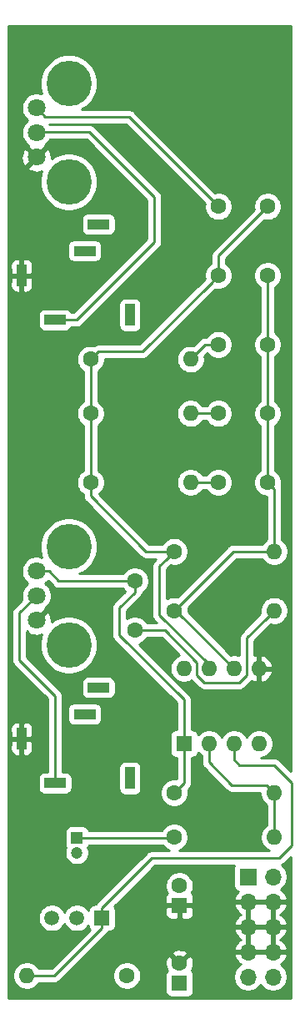
<source format=gbr>
G04 #@! TF.GenerationSoftware,KiCad,Pcbnew,(5.1.5)-3*
G04 #@! TF.CreationDate,2020-08-13T18:34:56-07:00*
G04 #@! TF.ProjectId,Noise_Gen_THT,4e6f6973-655f-4476-956e-5f5448542e6b,rev?*
G04 #@! TF.SameCoordinates,Original*
G04 #@! TF.FileFunction,Copper,L1,Top*
G04 #@! TF.FilePolarity,Positive*
%FSLAX46Y46*%
G04 Gerber Fmt 4.6, Leading zero omitted, Abs format (unit mm)*
G04 Created by KiCad (PCBNEW (5.1.5)-3) date 2020-08-13 18:34:56*
%MOMM*%
%LPD*%
G04 APERTURE LIST*
%ADD10R,2.200000X1.000000*%
%ADD11R,1.000000X2.200000*%
%ADD12C,1.800000*%
%ADD13C,4.600000*%
%ADD14C,1.200000*%
%ADD15R,1.200000X1.200000*%
%ADD16C,1.600000*%
%ADD17R,1.600000X1.600000*%
%ADD18O,1.700000X1.700000*%
%ADD19R,1.700000X1.700000*%
%ADD20R,1.520000X1.520000*%
%ADD21C,1.520000*%
%ADD22O,1.600000X1.600000*%
%ADD23C,0.250000*%
%ADD24C,0.254000*%
G04 APERTURE END LIST*
D10*
X9800000Y-20800000D03*
X8400000Y-23500000D03*
D11*
X13000000Y-30000000D03*
D10*
X5400000Y-30500000D03*
D11*
X2000000Y-26000000D03*
X2000000Y-73000000D03*
D10*
X5400000Y-77500000D03*
D11*
X13000000Y-77000000D03*
D10*
X8400000Y-70500000D03*
X9800000Y-67800000D03*
D12*
X3500000Y-14000000D03*
X3500000Y-11500000D03*
X3500000Y-9000000D03*
D13*
X6800000Y-16500000D03*
X6800000Y-6500000D03*
X6800000Y-53500000D03*
X6800000Y-63500000D03*
D12*
X3500000Y-56000000D03*
X3500000Y-58500000D03*
X3500000Y-61000000D03*
D14*
X7620000Y-84558000D03*
D15*
X7620000Y-83058000D03*
D16*
X13500000Y-62000000D03*
X13500000Y-57000000D03*
X27000000Y-47000000D03*
X22000000Y-47000000D03*
X22000000Y-40000000D03*
X27000000Y-40000000D03*
X27000000Y-33000000D03*
X22000000Y-33000000D03*
X22000000Y-26000000D03*
X27000000Y-26000000D03*
X27000000Y-19000000D03*
X22000000Y-19000000D03*
X18034000Y-95790000D03*
D17*
X18034000Y-97790000D03*
X18034000Y-89916000D03*
D16*
X18034000Y-87916000D03*
D18*
X27540000Y-97160000D03*
X25000000Y-97160000D03*
X27540000Y-94620000D03*
X25000000Y-94620000D03*
X27540000Y-92080000D03*
X25000000Y-92080000D03*
X27540000Y-89540000D03*
X25000000Y-89540000D03*
X27540000Y-87000000D03*
D19*
X25000000Y-87000000D03*
D20*
X10160000Y-91186000D03*
D21*
X5080000Y-91186000D03*
X7620000Y-91186000D03*
D22*
X2540000Y-97028000D03*
D16*
X12700000Y-97028000D03*
X17500000Y-78500000D03*
D22*
X27660000Y-78500000D03*
X27660000Y-83000000D03*
D16*
X17500000Y-83000000D03*
X17500000Y-60000000D03*
D22*
X27660000Y-60000000D03*
D16*
X17500000Y-54000000D03*
D22*
X27660000Y-54000000D03*
X19160000Y-47000000D03*
D16*
X9000000Y-47000000D03*
D22*
X19160000Y-40000000D03*
D16*
X9000000Y-40000000D03*
X9000000Y-34500000D03*
D22*
X19160000Y-34500000D03*
X18500000Y-65880000D03*
X26120000Y-73500000D03*
X21040000Y-65880000D03*
X23580000Y-73500000D03*
X23580000Y-65880000D03*
X21040000Y-73500000D03*
X26120000Y-65880000D03*
D17*
X18500000Y-73500000D03*
D23*
X12368630Y-57000000D02*
X13500000Y-57000000D01*
X5772792Y-57000000D02*
X12368630Y-57000000D01*
X4772792Y-56000000D02*
X5772792Y-57000000D01*
X3500000Y-56000000D02*
X4772792Y-56000000D01*
X18500000Y-77500000D02*
X17500000Y-78500000D01*
X18500000Y-73500000D02*
X18500000Y-77500000D01*
X11938000Y-62484000D02*
X18500000Y-69046000D01*
X11938000Y-59693370D02*
X11938000Y-62484000D01*
X13500000Y-57000000D02*
X13500000Y-58131370D01*
X18500000Y-69046000D02*
X18500000Y-73500000D01*
X13500000Y-58131370D02*
X11938000Y-59693370D01*
X4406000Y-9906000D02*
X3500000Y-9000000D01*
X22000000Y-19000000D02*
X12906000Y-9906000D01*
X12906000Y-9906000D02*
X4406000Y-9906000D01*
X7600000Y-30500000D02*
X5400000Y-30500000D01*
X3570000Y-11430000D02*
X8890000Y-11430000D01*
X3500000Y-11500000D02*
X3570000Y-11430000D01*
X8890000Y-11430000D02*
X15494000Y-18034000D01*
X15494000Y-18034000D02*
X15494000Y-22606000D01*
X15494000Y-22606000D02*
X7600000Y-30500000D01*
X3500000Y-58500000D02*
X1778000Y-60222000D01*
X1778000Y-60222000D02*
X1778000Y-65024000D01*
X5400000Y-68646000D02*
X5400000Y-77500000D01*
X1778000Y-65024000D02*
X5400000Y-68646000D01*
X17442000Y-83058000D02*
X17500000Y-83000000D01*
X7620000Y-83058000D02*
X17442000Y-83058000D01*
X24892000Y-62768000D02*
X26860001Y-60799999D01*
X24892000Y-66548000D02*
X24892000Y-62768000D01*
X24130000Y-67310000D02*
X24892000Y-66548000D01*
X26860001Y-60799999D02*
X27660000Y-60000000D01*
X16534000Y-62000000D02*
X19812000Y-65278000D01*
X19812000Y-65278000D02*
X19812000Y-66559501D01*
X20562499Y-67310000D02*
X24130000Y-67310000D01*
X13500000Y-62000000D02*
X16534000Y-62000000D01*
X19812000Y-66559501D02*
X20562499Y-67310000D01*
X17700000Y-60000000D02*
X17500000Y-60000000D01*
X23580000Y-65880000D02*
X17700000Y-60000000D01*
X23500000Y-54000000D02*
X27660000Y-54000000D01*
X17500000Y-60000000D02*
X23500000Y-54000000D01*
X27000000Y-47000000D02*
X27686000Y-47686000D01*
X27686000Y-53974000D02*
X27660000Y-54000000D01*
X27686000Y-47686000D02*
X27686000Y-53974000D01*
X27000000Y-45868630D02*
X27000000Y-40000000D01*
X27000000Y-47000000D02*
X27000000Y-45868630D01*
X27000000Y-27131370D02*
X27000000Y-33000000D01*
X27000000Y-26000000D02*
X27000000Y-27131370D01*
X27000000Y-33000000D02*
X27000000Y-40000000D01*
X19160000Y-47000000D02*
X22000000Y-47000000D01*
X20291370Y-40000000D02*
X22000000Y-40000000D01*
X19160000Y-40000000D02*
X20291370Y-40000000D01*
X20660000Y-33000000D02*
X22000000Y-33000000D01*
X19160000Y-34500000D02*
X20660000Y-33000000D01*
X16700001Y-54799999D02*
X17500000Y-54000000D01*
X16002000Y-60452000D02*
X16002000Y-55498000D01*
X16002000Y-55498000D02*
X16700001Y-54799999D01*
X21040000Y-65880000D02*
X21040000Y-65490000D01*
X21040000Y-65490000D02*
X16002000Y-60452000D01*
X9000000Y-48370000D02*
X9000000Y-47000000D01*
X17500000Y-54000000D02*
X14630000Y-54000000D01*
X14630000Y-54000000D02*
X9000000Y-48370000D01*
X9000000Y-47000000D02*
X9000000Y-34500000D01*
X21200001Y-26799999D02*
X22000000Y-26000000D01*
X14299999Y-33700001D02*
X21200001Y-26799999D01*
X9799999Y-33700001D02*
X14299999Y-33700001D01*
X9000000Y-34500000D02*
X9799999Y-33700001D01*
X22000000Y-24000000D02*
X27000000Y-19000000D01*
X22000000Y-26000000D02*
X22000000Y-24000000D01*
X10160000Y-92196000D02*
X10160000Y-91186000D01*
X5328000Y-97028000D02*
X10160000Y-92196000D01*
X2540000Y-97028000D02*
X5328000Y-97028000D01*
X24130000Y-75692000D02*
X23580000Y-75142000D01*
X27686000Y-75692000D02*
X24130000Y-75692000D01*
X10160000Y-90176000D02*
X15246000Y-85090000D01*
X23580000Y-75142000D02*
X23580000Y-73500000D01*
X29464000Y-77470000D02*
X27686000Y-75692000D01*
X28194000Y-85090000D02*
X29464000Y-83820000D01*
X10160000Y-91186000D02*
X10160000Y-90176000D01*
X29464000Y-83820000D02*
X29464000Y-77470000D01*
X15246000Y-85090000D02*
X28194000Y-85090000D01*
X27660000Y-81868630D02*
X27660000Y-78500000D01*
X27660000Y-83000000D02*
X27660000Y-81868630D01*
X26860001Y-77700001D02*
X23344001Y-77700001D01*
X27660000Y-78500000D02*
X26860001Y-77700001D01*
X21040000Y-75396000D02*
X21040000Y-73500000D01*
X23344001Y-77700001D02*
X21040000Y-75396000D01*
D24*
G36*
X29340001Y-76271199D02*
G01*
X28249804Y-75181003D01*
X28226001Y-75151999D01*
X28110276Y-75057026D01*
X27978247Y-74986454D01*
X27834986Y-74942997D01*
X27723333Y-74932000D01*
X27723322Y-74932000D01*
X27686000Y-74928324D01*
X27648678Y-74932000D01*
X26276417Y-74932000D01*
X26538574Y-74879853D01*
X26799727Y-74771680D01*
X27034759Y-74614637D01*
X27234637Y-74414759D01*
X27391680Y-74179727D01*
X27499853Y-73918574D01*
X27555000Y-73641335D01*
X27555000Y-73358665D01*
X27499853Y-73081426D01*
X27391680Y-72820273D01*
X27234637Y-72585241D01*
X27034759Y-72385363D01*
X26799727Y-72228320D01*
X26538574Y-72120147D01*
X26261335Y-72065000D01*
X25978665Y-72065000D01*
X25701426Y-72120147D01*
X25440273Y-72228320D01*
X25205241Y-72385363D01*
X25005363Y-72585241D01*
X24850000Y-72817759D01*
X24694637Y-72585241D01*
X24494759Y-72385363D01*
X24259727Y-72228320D01*
X23998574Y-72120147D01*
X23721335Y-72065000D01*
X23438665Y-72065000D01*
X23161426Y-72120147D01*
X22900273Y-72228320D01*
X22665241Y-72385363D01*
X22465363Y-72585241D01*
X22310000Y-72817759D01*
X22154637Y-72585241D01*
X21954759Y-72385363D01*
X21719727Y-72228320D01*
X21458574Y-72120147D01*
X21181335Y-72065000D01*
X20898665Y-72065000D01*
X20621426Y-72120147D01*
X20360273Y-72228320D01*
X20125241Y-72385363D01*
X19926643Y-72583961D01*
X19925812Y-72575518D01*
X19889502Y-72455820D01*
X19830537Y-72345506D01*
X19751185Y-72248815D01*
X19654494Y-72169463D01*
X19544180Y-72110498D01*
X19424482Y-72074188D01*
X19300000Y-72061928D01*
X19260000Y-72061928D01*
X19260000Y-69083322D01*
X19263676Y-69045999D01*
X19260000Y-69008676D01*
X19260000Y-69008667D01*
X19249003Y-68897014D01*
X19205546Y-68753753D01*
X19134974Y-68621724D01*
X19121811Y-68605685D01*
X19063799Y-68534996D01*
X19063795Y-68534992D01*
X19040001Y-68505999D01*
X19011009Y-68482206D01*
X13910300Y-63381499D01*
X13918574Y-63379853D01*
X14179727Y-63271680D01*
X14414759Y-63114637D01*
X14614637Y-62914759D01*
X14718043Y-62760000D01*
X16219199Y-62760000D01*
X17995102Y-64535904D01*
X17820273Y-64608320D01*
X17585241Y-64765363D01*
X17385363Y-64965241D01*
X17228320Y-65200273D01*
X17120147Y-65461426D01*
X17065000Y-65738665D01*
X17065000Y-66021335D01*
X17120147Y-66298574D01*
X17228320Y-66559727D01*
X17385363Y-66794759D01*
X17585241Y-66994637D01*
X17820273Y-67151680D01*
X18081426Y-67259853D01*
X18358665Y-67315000D01*
X18641335Y-67315000D01*
X18918574Y-67259853D01*
X19179727Y-67151680D01*
X19266977Y-67093382D01*
X19272000Y-67099502D01*
X19300998Y-67123300D01*
X19998700Y-67821002D01*
X20022498Y-67850001D01*
X20138223Y-67944974D01*
X20270252Y-68015546D01*
X20413513Y-68059003D01*
X20525166Y-68070000D01*
X20525176Y-68070000D01*
X20562499Y-68073676D01*
X20599822Y-68070000D01*
X24092678Y-68070000D01*
X24130000Y-68073676D01*
X24167322Y-68070000D01*
X24167333Y-68070000D01*
X24278986Y-68059003D01*
X24422247Y-68015546D01*
X24554276Y-67944974D01*
X24670001Y-67850001D01*
X24693803Y-67820998D01*
X25396966Y-67117836D01*
X25636913Y-67231246D01*
X25770961Y-67271904D01*
X25993000Y-67149915D01*
X25993000Y-66007000D01*
X26247000Y-66007000D01*
X26247000Y-67149915D01*
X26469039Y-67271904D01*
X26603087Y-67231246D01*
X26857420Y-67111037D01*
X27083414Y-66943519D01*
X27272385Y-66735131D01*
X27417070Y-66493881D01*
X27511909Y-66229040D01*
X27390624Y-66007000D01*
X26247000Y-66007000D01*
X25993000Y-66007000D01*
X25973000Y-66007000D01*
X25973000Y-65753000D01*
X25993000Y-65753000D01*
X25993000Y-64610085D01*
X26247000Y-64610085D01*
X26247000Y-65753000D01*
X27390624Y-65753000D01*
X27511909Y-65530960D01*
X27417070Y-65266119D01*
X27272385Y-65024869D01*
X27083414Y-64816481D01*
X26857420Y-64648963D01*
X26603087Y-64528754D01*
X26469039Y-64488096D01*
X26247000Y-64610085D01*
X25993000Y-64610085D01*
X25770961Y-64488096D01*
X25652000Y-64524178D01*
X25652000Y-63082801D01*
X27336114Y-61398688D01*
X27518665Y-61435000D01*
X27801335Y-61435000D01*
X28078574Y-61379853D01*
X28339727Y-61271680D01*
X28574759Y-61114637D01*
X28774637Y-60914759D01*
X28931680Y-60679727D01*
X29039853Y-60418574D01*
X29095000Y-60141335D01*
X29095000Y-59858665D01*
X29039853Y-59581426D01*
X28931680Y-59320273D01*
X28774637Y-59085241D01*
X28574759Y-58885363D01*
X28339727Y-58728320D01*
X28078574Y-58620147D01*
X27801335Y-58565000D01*
X27518665Y-58565000D01*
X27241426Y-58620147D01*
X26980273Y-58728320D01*
X26745241Y-58885363D01*
X26545363Y-59085241D01*
X26388320Y-59320273D01*
X26280147Y-59581426D01*
X26225000Y-59858665D01*
X26225000Y-60141335D01*
X26261312Y-60323886D01*
X24380998Y-62204201D01*
X24352000Y-62227999D01*
X24328202Y-62256997D01*
X24328201Y-62256998D01*
X24257026Y-62343724D01*
X24186454Y-62475754D01*
X24142998Y-62619015D01*
X24128324Y-62768000D01*
X24132001Y-62805332D01*
X24132001Y-64555414D01*
X23998574Y-64500147D01*
X23721335Y-64445000D01*
X23438665Y-64445000D01*
X23256114Y-64481312D01*
X18931870Y-60157069D01*
X18935000Y-60141335D01*
X18935000Y-59858665D01*
X18898688Y-59676114D01*
X23814803Y-54760000D01*
X26441957Y-54760000D01*
X26545363Y-54914759D01*
X26745241Y-55114637D01*
X26980273Y-55271680D01*
X27241426Y-55379853D01*
X27518665Y-55435000D01*
X27801335Y-55435000D01*
X28078574Y-55379853D01*
X28339727Y-55271680D01*
X28574759Y-55114637D01*
X28774637Y-54914759D01*
X28931680Y-54679727D01*
X29039853Y-54418574D01*
X29095000Y-54141335D01*
X29095000Y-53858665D01*
X29039853Y-53581426D01*
X28931680Y-53320273D01*
X28774637Y-53085241D01*
X28574759Y-52885363D01*
X28446000Y-52799329D01*
X28446000Y-47723333D01*
X28449677Y-47686000D01*
X28435003Y-47537014D01*
X28391546Y-47393753D01*
X28386622Y-47384542D01*
X28435000Y-47141335D01*
X28435000Y-46858665D01*
X28379853Y-46581426D01*
X28271680Y-46320273D01*
X28114637Y-46085241D01*
X27914759Y-45885363D01*
X27760000Y-45781957D01*
X27760000Y-41218043D01*
X27914759Y-41114637D01*
X28114637Y-40914759D01*
X28271680Y-40679727D01*
X28379853Y-40418574D01*
X28435000Y-40141335D01*
X28435000Y-39858665D01*
X28379853Y-39581426D01*
X28271680Y-39320273D01*
X28114637Y-39085241D01*
X27914759Y-38885363D01*
X27760000Y-38781957D01*
X27760000Y-34218043D01*
X27914759Y-34114637D01*
X28114637Y-33914759D01*
X28271680Y-33679727D01*
X28379853Y-33418574D01*
X28435000Y-33141335D01*
X28435000Y-32858665D01*
X28379853Y-32581426D01*
X28271680Y-32320273D01*
X28114637Y-32085241D01*
X27914759Y-31885363D01*
X27760000Y-31781957D01*
X27760000Y-27218043D01*
X27914759Y-27114637D01*
X28114637Y-26914759D01*
X28271680Y-26679727D01*
X28379853Y-26418574D01*
X28435000Y-26141335D01*
X28435000Y-25858665D01*
X28379853Y-25581426D01*
X28271680Y-25320273D01*
X28114637Y-25085241D01*
X27914759Y-24885363D01*
X27679727Y-24728320D01*
X27418574Y-24620147D01*
X27141335Y-24565000D01*
X26858665Y-24565000D01*
X26581426Y-24620147D01*
X26320273Y-24728320D01*
X26085241Y-24885363D01*
X25885363Y-25085241D01*
X25728320Y-25320273D01*
X25620147Y-25581426D01*
X25565000Y-25858665D01*
X25565000Y-26141335D01*
X25620147Y-26418574D01*
X25728320Y-26679727D01*
X25885363Y-26914759D01*
X26085241Y-27114637D01*
X26240000Y-27218043D01*
X26240001Y-31781956D01*
X26085241Y-31885363D01*
X25885363Y-32085241D01*
X25728320Y-32320273D01*
X25620147Y-32581426D01*
X25565000Y-32858665D01*
X25565000Y-33141335D01*
X25620147Y-33418574D01*
X25728320Y-33679727D01*
X25885363Y-33914759D01*
X26085241Y-34114637D01*
X26240000Y-34218044D01*
X26240001Y-38781956D01*
X26085241Y-38885363D01*
X25885363Y-39085241D01*
X25728320Y-39320273D01*
X25620147Y-39581426D01*
X25565000Y-39858665D01*
X25565000Y-40141335D01*
X25620147Y-40418574D01*
X25728320Y-40679727D01*
X25885363Y-40914759D01*
X26085241Y-41114637D01*
X26240001Y-41218044D01*
X26240000Y-45781957D01*
X26085241Y-45885363D01*
X25885363Y-46085241D01*
X25728320Y-46320273D01*
X25620147Y-46581426D01*
X25565000Y-46858665D01*
X25565000Y-47141335D01*
X25620147Y-47418574D01*
X25728320Y-47679727D01*
X25885363Y-47914759D01*
X26085241Y-48114637D01*
X26320273Y-48271680D01*
X26581426Y-48379853D01*
X26858665Y-48435000D01*
X26926000Y-48435000D01*
X26926001Y-52764583D01*
X26745241Y-52885363D01*
X26545363Y-53085241D01*
X26441957Y-53240000D01*
X23537322Y-53240000D01*
X23499999Y-53236324D01*
X23462676Y-53240000D01*
X23462667Y-53240000D01*
X23351014Y-53250997D01*
X23207753Y-53294454D01*
X23075724Y-53365026D01*
X23075722Y-53365027D01*
X23075723Y-53365027D01*
X22988996Y-53436201D01*
X22988992Y-53436205D01*
X22959999Y-53459999D01*
X22936205Y-53488992D01*
X17823886Y-58601312D01*
X17641335Y-58565000D01*
X17358665Y-58565000D01*
X17081426Y-58620147D01*
X16820273Y-58728320D01*
X16762000Y-58767257D01*
X16762000Y-55812802D01*
X17176115Y-55398688D01*
X17358665Y-55435000D01*
X17641335Y-55435000D01*
X17918574Y-55379853D01*
X18179727Y-55271680D01*
X18414759Y-55114637D01*
X18614637Y-54914759D01*
X18771680Y-54679727D01*
X18879853Y-54418574D01*
X18935000Y-54141335D01*
X18935000Y-53858665D01*
X18879853Y-53581426D01*
X18771680Y-53320273D01*
X18614637Y-53085241D01*
X18414759Y-52885363D01*
X18179727Y-52728320D01*
X17918574Y-52620147D01*
X17641335Y-52565000D01*
X17358665Y-52565000D01*
X17081426Y-52620147D01*
X16820273Y-52728320D01*
X16585241Y-52885363D01*
X16385363Y-53085241D01*
X16281957Y-53240000D01*
X14944802Y-53240000D01*
X9857618Y-48152817D01*
X9914759Y-48114637D01*
X10114637Y-47914759D01*
X10271680Y-47679727D01*
X10379853Y-47418574D01*
X10435000Y-47141335D01*
X10435000Y-46858665D01*
X17725000Y-46858665D01*
X17725000Y-47141335D01*
X17780147Y-47418574D01*
X17888320Y-47679727D01*
X18045363Y-47914759D01*
X18245241Y-48114637D01*
X18480273Y-48271680D01*
X18741426Y-48379853D01*
X19018665Y-48435000D01*
X19301335Y-48435000D01*
X19578574Y-48379853D01*
X19839727Y-48271680D01*
X20074759Y-48114637D01*
X20274637Y-47914759D01*
X20378043Y-47760000D01*
X20781957Y-47760000D01*
X20885363Y-47914759D01*
X21085241Y-48114637D01*
X21320273Y-48271680D01*
X21581426Y-48379853D01*
X21858665Y-48435000D01*
X22141335Y-48435000D01*
X22418574Y-48379853D01*
X22679727Y-48271680D01*
X22914759Y-48114637D01*
X23114637Y-47914759D01*
X23271680Y-47679727D01*
X23379853Y-47418574D01*
X23435000Y-47141335D01*
X23435000Y-46858665D01*
X23379853Y-46581426D01*
X23271680Y-46320273D01*
X23114637Y-46085241D01*
X22914759Y-45885363D01*
X22679727Y-45728320D01*
X22418574Y-45620147D01*
X22141335Y-45565000D01*
X21858665Y-45565000D01*
X21581426Y-45620147D01*
X21320273Y-45728320D01*
X21085241Y-45885363D01*
X20885363Y-46085241D01*
X20781957Y-46240000D01*
X20378043Y-46240000D01*
X20274637Y-46085241D01*
X20074759Y-45885363D01*
X19839727Y-45728320D01*
X19578574Y-45620147D01*
X19301335Y-45565000D01*
X19018665Y-45565000D01*
X18741426Y-45620147D01*
X18480273Y-45728320D01*
X18245241Y-45885363D01*
X18045363Y-46085241D01*
X17888320Y-46320273D01*
X17780147Y-46581426D01*
X17725000Y-46858665D01*
X10435000Y-46858665D01*
X10379853Y-46581426D01*
X10271680Y-46320273D01*
X10114637Y-46085241D01*
X9914759Y-45885363D01*
X9760000Y-45781957D01*
X9760000Y-41218043D01*
X9914759Y-41114637D01*
X10114637Y-40914759D01*
X10271680Y-40679727D01*
X10379853Y-40418574D01*
X10435000Y-40141335D01*
X10435000Y-39858665D01*
X17725000Y-39858665D01*
X17725000Y-40141335D01*
X17780147Y-40418574D01*
X17888320Y-40679727D01*
X18045363Y-40914759D01*
X18245241Y-41114637D01*
X18480273Y-41271680D01*
X18741426Y-41379853D01*
X19018665Y-41435000D01*
X19301335Y-41435000D01*
X19578574Y-41379853D01*
X19839727Y-41271680D01*
X20074759Y-41114637D01*
X20274637Y-40914759D01*
X20378043Y-40760000D01*
X20781957Y-40760000D01*
X20885363Y-40914759D01*
X21085241Y-41114637D01*
X21320273Y-41271680D01*
X21581426Y-41379853D01*
X21858665Y-41435000D01*
X22141335Y-41435000D01*
X22418574Y-41379853D01*
X22679727Y-41271680D01*
X22914759Y-41114637D01*
X23114637Y-40914759D01*
X23271680Y-40679727D01*
X23379853Y-40418574D01*
X23435000Y-40141335D01*
X23435000Y-39858665D01*
X23379853Y-39581426D01*
X23271680Y-39320273D01*
X23114637Y-39085241D01*
X22914759Y-38885363D01*
X22679727Y-38728320D01*
X22418574Y-38620147D01*
X22141335Y-38565000D01*
X21858665Y-38565000D01*
X21581426Y-38620147D01*
X21320273Y-38728320D01*
X21085241Y-38885363D01*
X20885363Y-39085241D01*
X20781957Y-39240000D01*
X20378043Y-39240000D01*
X20274637Y-39085241D01*
X20074759Y-38885363D01*
X19839727Y-38728320D01*
X19578574Y-38620147D01*
X19301335Y-38565000D01*
X19018665Y-38565000D01*
X18741426Y-38620147D01*
X18480273Y-38728320D01*
X18245241Y-38885363D01*
X18045363Y-39085241D01*
X17888320Y-39320273D01*
X17780147Y-39581426D01*
X17725000Y-39858665D01*
X10435000Y-39858665D01*
X10379853Y-39581426D01*
X10271680Y-39320273D01*
X10114637Y-39085241D01*
X9914759Y-38885363D01*
X9760000Y-38781957D01*
X9760000Y-35718043D01*
X9914759Y-35614637D01*
X10114637Y-35414759D01*
X10271680Y-35179727D01*
X10379853Y-34918574D01*
X10435000Y-34641335D01*
X10435000Y-34460001D01*
X14262677Y-34460001D01*
X14299999Y-34463677D01*
X14337321Y-34460001D01*
X14337332Y-34460001D01*
X14448985Y-34449004D01*
X14592246Y-34405547D01*
X14679954Y-34358665D01*
X17725000Y-34358665D01*
X17725000Y-34641335D01*
X17780147Y-34918574D01*
X17888320Y-35179727D01*
X18045363Y-35414759D01*
X18245241Y-35614637D01*
X18480273Y-35771680D01*
X18741426Y-35879853D01*
X19018665Y-35935000D01*
X19301335Y-35935000D01*
X19578574Y-35879853D01*
X19839727Y-35771680D01*
X20074759Y-35614637D01*
X20274637Y-35414759D01*
X20431680Y-35179727D01*
X20539853Y-34918574D01*
X20595000Y-34641335D01*
X20595000Y-34358665D01*
X20558688Y-34176114D01*
X20859199Y-33875602D01*
X20885363Y-33914759D01*
X21085241Y-34114637D01*
X21320273Y-34271680D01*
X21581426Y-34379853D01*
X21858665Y-34435000D01*
X22141335Y-34435000D01*
X22418574Y-34379853D01*
X22679727Y-34271680D01*
X22914759Y-34114637D01*
X23114637Y-33914759D01*
X23271680Y-33679727D01*
X23379853Y-33418574D01*
X23435000Y-33141335D01*
X23435000Y-32858665D01*
X23379853Y-32581426D01*
X23271680Y-32320273D01*
X23114637Y-32085241D01*
X22914759Y-31885363D01*
X22679727Y-31728320D01*
X22418574Y-31620147D01*
X22141335Y-31565000D01*
X21858665Y-31565000D01*
X21581426Y-31620147D01*
X21320273Y-31728320D01*
X21085241Y-31885363D01*
X20885363Y-32085241D01*
X20781957Y-32240000D01*
X20697322Y-32240000D01*
X20659999Y-32236324D01*
X20622676Y-32240000D01*
X20622667Y-32240000D01*
X20511014Y-32250997D01*
X20367753Y-32294454D01*
X20235724Y-32365026D01*
X20119999Y-32459999D01*
X20096201Y-32488997D01*
X19483886Y-33101312D01*
X19301335Y-33065000D01*
X19018665Y-33065000D01*
X18741426Y-33120147D01*
X18480273Y-33228320D01*
X18245241Y-33385363D01*
X18045363Y-33585241D01*
X17888320Y-33820273D01*
X17780147Y-34081426D01*
X17725000Y-34358665D01*
X14679954Y-34358665D01*
X14724275Y-34334975D01*
X14840000Y-34240002D01*
X14863803Y-34210998D01*
X21676115Y-27398688D01*
X21858665Y-27435000D01*
X22141335Y-27435000D01*
X22418574Y-27379853D01*
X22679727Y-27271680D01*
X22914759Y-27114637D01*
X23114637Y-26914759D01*
X23271680Y-26679727D01*
X23379853Y-26418574D01*
X23435000Y-26141335D01*
X23435000Y-25858665D01*
X23379853Y-25581426D01*
X23271680Y-25320273D01*
X23114637Y-25085241D01*
X22914759Y-24885363D01*
X22760000Y-24781957D01*
X22760000Y-24314801D01*
X26676114Y-20398688D01*
X26858665Y-20435000D01*
X27141335Y-20435000D01*
X27418574Y-20379853D01*
X27679727Y-20271680D01*
X27914759Y-20114637D01*
X28114637Y-19914759D01*
X28271680Y-19679727D01*
X28379853Y-19418574D01*
X28435000Y-19141335D01*
X28435000Y-18858665D01*
X28379853Y-18581426D01*
X28271680Y-18320273D01*
X28114637Y-18085241D01*
X27914759Y-17885363D01*
X27679727Y-17728320D01*
X27418574Y-17620147D01*
X27141335Y-17565000D01*
X26858665Y-17565000D01*
X26581426Y-17620147D01*
X26320273Y-17728320D01*
X26085241Y-17885363D01*
X25885363Y-18085241D01*
X25728320Y-18320273D01*
X25620147Y-18581426D01*
X25565000Y-18858665D01*
X25565000Y-19141335D01*
X25601312Y-19323886D01*
X21488998Y-23436201D01*
X21460000Y-23459999D01*
X21436202Y-23488997D01*
X21436201Y-23488998D01*
X21365026Y-23575724D01*
X21294454Y-23707754D01*
X21250998Y-23851015D01*
X21236324Y-24000000D01*
X21240001Y-24037332D01*
X21240001Y-24781956D01*
X21085241Y-24885363D01*
X20885363Y-25085241D01*
X20728320Y-25320273D01*
X20620147Y-25581426D01*
X20565000Y-25858665D01*
X20565000Y-26141335D01*
X20601312Y-26323885D01*
X13985198Y-32940001D01*
X9837321Y-32940001D01*
X9799998Y-32936325D01*
X9762675Y-32940001D01*
X9762666Y-32940001D01*
X9651013Y-32950998D01*
X9507752Y-32994455D01*
X9375723Y-33065027D01*
X9375721Y-33065028D01*
X9375722Y-33065028D01*
X9330022Y-33102533D01*
X9141335Y-33065000D01*
X8858665Y-33065000D01*
X8581426Y-33120147D01*
X8320273Y-33228320D01*
X8085241Y-33385363D01*
X7885363Y-33585241D01*
X7728320Y-33820273D01*
X7620147Y-34081426D01*
X7565000Y-34358665D01*
X7565000Y-34641335D01*
X7620147Y-34918574D01*
X7728320Y-35179727D01*
X7885363Y-35414759D01*
X8085241Y-35614637D01*
X8240001Y-35718044D01*
X8240001Y-38781956D01*
X8085241Y-38885363D01*
X7885363Y-39085241D01*
X7728320Y-39320273D01*
X7620147Y-39581426D01*
X7565000Y-39858665D01*
X7565000Y-40141335D01*
X7620147Y-40418574D01*
X7728320Y-40679727D01*
X7885363Y-40914759D01*
X8085241Y-41114637D01*
X8240000Y-41218044D01*
X8240000Y-45781957D01*
X8085241Y-45885363D01*
X7885363Y-46085241D01*
X7728320Y-46320273D01*
X7620147Y-46581426D01*
X7565000Y-46858665D01*
X7565000Y-47141335D01*
X7620147Y-47418574D01*
X7728320Y-47679727D01*
X7885363Y-47914759D01*
X8085241Y-48114637D01*
X8240000Y-48218044D01*
X8240000Y-48332677D01*
X8236324Y-48370000D01*
X8240000Y-48407322D01*
X8240000Y-48407332D01*
X8250997Y-48518985D01*
X8294454Y-48662246D01*
X8365026Y-48794276D01*
X8404871Y-48842826D01*
X8459999Y-48910001D01*
X8489003Y-48933804D01*
X14066201Y-54511003D01*
X14089999Y-54540001D01*
X14205724Y-54634974D01*
X14337753Y-54705546D01*
X14481014Y-54749003D01*
X14592667Y-54760000D01*
X14592676Y-54760000D01*
X14629999Y-54763676D01*
X14667322Y-54760000D01*
X15665198Y-54760000D01*
X15490997Y-54934201D01*
X15462000Y-54957999D01*
X15438202Y-54986997D01*
X15438201Y-54986998D01*
X15367026Y-55073724D01*
X15296454Y-55205754D01*
X15276085Y-55272905D01*
X15255733Y-55340000D01*
X15252998Y-55349015D01*
X15238324Y-55498000D01*
X15242001Y-55535332D01*
X15242000Y-60414677D01*
X15238324Y-60452000D01*
X15242000Y-60489322D01*
X15242000Y-60489332D01*
X15252997Y-60600985D01*
X15276883Y-60679727D01*
X15296454Y-60744246D01*
X15367026Y-60876276D01*
X15374484Y-60885363D01*
X15461999Y-60992001D01*
X15491003Y-61015804D01*
X15715199Y-61240000D01*
X14718043Y-61240000D01*
X14614637Y-61085241D01*
X14414759Y-60885363D01*
X14179727Y-60728320D01*
X13918574Y-60620147D01*
X13641335Y-60565000D01*
X13358665Y-60565000D01*
X13081426Y-60620147D01*
X12820273Y-60728320D01*
X12698000Y-60810020D01*
X12698000Y-60008171D01*
X14011003Y-58695169D01*
X14040001Y-58671371D01*
X14134974Y-58555646D01*
X14205546Y-58423617D01*
X14249003Y-58280356D01*
X14254798Y-58221519D01*
X14414759Y-58114637D01*
X14614637Y-57914759D01*
X14771680Y-57679727D01*
X14879853Y-57418574D01*
X14935000Y-57141335D01*
X14935000Y-56858665D01*
X14879853Y-56581426D01*
X14771680Y-56320273D01*
X14614637Y-56085241D01*
X14414759Y-55885363D01*
X14179727Y-55728320D01*
X13918574Y-55620147D01*
X13641335Y-55565000D01*
X13358665Y-55565000D01*
X13081426Y-55620147D01*
X12820273Y-55728320D01*
X12585241Y-55885363D01*
X12385363Y-56085241D01*
X12281957Y-56240000D01*
X7854578Y-56240000D01*
X8190244Y-56100963D01*
X8670953Y-55779763D01*
X9079763Y-55370953D01*
X9400963Y-54890244D01*
X9622209Y-54356108D01*
X9735000Y-53789072D01*
X9735000Y-53210928D01*
X9622209Y-52643892D01*
X9400963Y-52109756D01*
X9079763Y-51629047D01*
X8670953Y-51220237D01*
X8190244Y-50899037D01*
X7656108Y-50677791D01*
X7089072Y-50565000D01*
X6510928Y-50565000D01*
X5943892Y-50677791D01*
X5409756Y-50899037D01*
X4929047Y-51220237D01*
X4520237Y-51629047D01*
X4199037Y-52109756D01*
X3977791Y-52643892D01*
X3865000Y-53210928D01*
X3865000Y-53789072D01*
X3977791Y-54356108D01*
X4067955Y-54573783D01*
X3947743Y-54523989D01*
X3651184Y-54465000D01*
X3348816Y-54465000D01*
X3052257Y-54523989D01*
X2772905Y-54639701D01*
X2521495Y-54807688D01*
X2307688Y-55021495D01*
X2139701Y-55272905D01*
X2023989Y-55552257D01*
X1965000Y-55848816D01*
X1965000Y-56151184D01*
X2023989Y-56447743D01*
X2139701Y-56727095D01*
X2307688Y-56978505D01*
X2521495Y-57192312D01*
X2607831Y-57250000D01*
X2521495Y-57307688D01*
X2307688Y-57521495D01*
X2139701Y-57772905D01*
X2023989Y-58052257D01*
X1965000Y-58348816D01*
X1965000Y-58651184D01*
X2016269Y-58908930D01*
X1267003Y-59658196D01*
X1237999Y-59681999D01*
X1185103Y-59746454D01*
X1143026Y-59797724D01*
X1132709Y-59817026D01*
X1072454Y-59929754D01*
X1028997Y-60073015D01*
X1018000Y-60184668D01*
X1018000Y-60184678D01*
X1014324Y-60222000D01*
X1018000Y-60259323D01*
X1018001Y-64986668D01*
X1014324Y-65024000D01*
X1018001Y-65061333D01*
X1018434Y-65065724D01*
X1028998Y-65172985D01*
X1072454Y-65316246D01*
X1143026Y-65448276D01*
X1210884Y-65530960D01*
X1238000Y-65564001D01*
X1266998Y-65587799D01*
X4640000Y-68960802D01*
X4640001Y-76361928D01*
X4300000Y-76361928D01*
X4175518Y-76374188D01*
X4055820Y-76410498D01*
X3945506Y-76469463D01*
X3848815Y-76548815D01*
X3769463Y-76645506D01*
X3710498Y-76755820D01*
X3674188Y-76875518D01*
X3661928Y-77000000D01*
X3661928Y-78000000D01*
X3674188Y-78124482D01*
X3710498Y-78244180D01*
X3769463Y-78354494D01*
X3848815Y-78451185D01*
X3945506Y-78530537D01*
X4055820Y-78589502D01*
X4175518Y-78625812D01*
X4300000Y-78638072D01*
X6500000Y-78638072D01*
X6624482Y-78625812D01*
X6744180Y-78589502D01*
X6854494Y-78530537D01*
X6951185Y-78451185D01*
X7030537Y-78354494D01*
X7089502Y-78244180D01*
X7125812Y-78124482D01*
X7138072Y-78000000D01*
X7138072Y-77000000D01*
X7125812Y-76875518D01*
X7089502Y-76755820D01*
X7030537Y-76645506D01*
X6951185Y-76548815D01*
X6854494Y-76469463D01*
X6744180Y-76410498D01*
X6624482Y-76374188D01*
X6500000Y-76361928D01*
X6160000Y-76361928D01*
X6160000Y-75900000D01*
X11861928Y-75900000D01*
X11861928Y-78100000D01*
X11874188Y-78224482D01*
X11910498Y-78344180D01*
X11969463Y-78454494D01*
X12048815Y-78551185D01*
X12145506Y-78630537D01*
X12255820Y-78689502D01*
X12375518Y-78725812D01*
X12500000Y-78738072D01*
X13500000Y-78738072D01*
X13624482Y-78725812D01*
X13744180Y-78689502D01*
X13854494Y-78630537D01*
X13951185Y-78551185D01*
X14030537Y-78454494D01*
X14089502Y-78344180D01*
X14125812Y-78224482D01*
X14138072Y-78100000D01*
X14138072Y-75900000D01*
X14125812Y-75775518D01*
X14089502Y-75655820D01*
X14030537Y-75545506D01*
X13951185Y-75448815D01*
X13854494Y-75369463D01*
X13744180Y-75310498D01*
X13624482Y-75274188D01*
X13500000Y-75261928D01*
X12500000Y-75261928D01*
X12375518Y-75274188D01*
X12255820Y-75310498D01*
X12145506Y-75369463D01*
X12048815Y-75448815D01*
X11969463Y-75545506D01*
X11910498Y-75655820D01*
X11874188Y-75775518D01*
X11861928Y-75900000D01*
X6160000Y-75900000D01*
X6160000Y-70000000D01*
X6661928Y-70000000D01*
X6661928Y-71000000D01*
X6674188Y-71124482D01*
X6710498Y-71244180D01*
X6769463Y-71354494D01*
X6848815Y-71451185D01*
X6945506Y-71530537D01*
X7055820Y-71589502D01*
X7175518Y-71625812D01*
X7300000Y-71638072D01*
X9500000Y-71638072D01*
X9624482Y-71625812D01*
X9744180Y-71589502D01*
X9854494Y-71530537D01*
X9951185Y-71451185D01*
X10030537Y-71354494D01*
X10089502Y-71244180D01*
X10125812Y-71124482D01*
X10138072Y-71000000D01*
X10138072Y-70000000D01*
X10125812Y-69875518D01*
X10089502Y-69755820D01*
X10030537Y-69645506D01*
X9951185Y-69548815D01*
X9854494Y-69469463D01*
X9744180Y-69410498D01*
X9624482Y-69374188D01*
X9500000Y-69361928D01*
X7300000Y-69361928D01*
X7175518Y-69374188D01*
X7055820Y-69410498D01*
X6945506Y-69469463D01*
X6848815Y-69548815D01*
X6769463Y-69645506D01*
X6710498Y-69755820D01*
X6674188Y-69875518D01*
X6661928Y-70000000D01*
X6160000Y-70000000D01*
X6160000Y-68683333D01*
X6163677Y-68646000D01*
X6153649Y-68544180D01*
X6149003Y-68497014D01*
X6105546Y-68353753D01*
X6034974Y-68221724D01*
X5940001Y-68105999D01*
X5911004Y-68082202D01*
X5128802Y-67300000D01*
X8061928Y-67300000D01*
X8061928Y-68300000D01*
X8074188Y-68424482D01*
X8110498Y-68544180D01*
X8169463Y-68654494D01*
X8248815Y-68751185D01*
X8345506Y-68830537D01*
X8455820Y-68889502D01*
X8575518Y-68925812D01*
X8700000Y-68938072D01*
X10900000Y-68938072D01*
X11024482Y-68925812D01*
X11144180Y-68889502D01*
X11254494Y-68830537D01*
X11351185Y-68751185D01*
X11430537Y-68654494D01*
X11489502Y-68544180D01*
X11525812Y-68424482D01*
X11538072Y-68300000D01*
X11538072Y-67300000D01*
X11525812Y-67175518D01*
X11489502Y-67055820D01*
X11430537Y-66945506D01*
X11351185Y-66848815D01*
X11254494Y-66769463D01*
X11144180Y-66710498D01*
X11024482Y-66674188D01*
X10900000Y-66661928D01*
X8700000Y-66661928D01*
X8575518Y-66674188D01*
X8455820Y-66710498D01*
X8345506Y-66769463D01*
X8248815Y-66848815D01*
X8169463Y-66945506D01*
X8110498Y-67055820D01*
X8074188Y-67175518D01*
X8061928Y-67300000D01*
X5128802Y-67300000D01*
X2538000Y-64709199D01*
X2538000Y-62141608D01*
X2615526Y-62064082D01*
X2699208Y-62318261D01*
X2971775Y-62449158D01*
X3264642Y-62524365D01*
X3566553Y-62540991D01*
X3865907Y-62498397D01*
X4067356Y-62427662D01*
X3977791Y-62643892D01*
X3865000Y-63210928D01*
X3865000Y-63789072D01*
X3977791Y-64356108D01*
X4199037Y-64890244D01*
X4520237Y-65370953D01*
X4929047Y-65779763D01*
X5409756Y-66100963D01*
X5943892Y-66322209D01*
X6510928Y-66435000D01*
X7089072Y-66435000D01*
X7656108Y-66322209D01*
X8190244Y-66100963D01*
X8670953Y-65779763D01*
X9079763Y-65370953D01*
X9400963Y-64890244D01*
X9622209Y-64356108D01*
X9735000Y-63789072D01*
X9735000Y-63210928D01*
X9622209Y-62643892D01*
X9400963Y-62109756D01*
X9079763Y-61629047D01*
X8670953Y-61220237D01*
X8190244Y-60899037D01*
X7656108Y-60677791D01*
X7089072Y-60565000D01*
X6510928Y-60565000D01*
X5943892Y-60677791D01*
X5409756Y-60899037D01*
X5028871Y-61153537D01*
X5040991Y-60933447D01*
X4998397Y-60634093D01*
X4898222Y-60348801D01*
X4818261Y-60199208D01*
X4564080Y-60115525D01*
X3679605Y-61000000D01*
X3693748Y-61014143D01*
X3514143Y-61193748D01*
X3500000Y-61179605D01*
X3485858Y-61193748D01*
X3306253Y-61014143D01*
X3320395Y-61000000D01*
X3306253Y-60985858D01*
X3485858Y-60806253D01*
X3500000Y-60820395D01*
X4384475Y-59935920D01*
X4335690Y-59787738D01*
X4478505Y-59692312D01*
X4692312Y-59478505D01*
X4860299Y-59227095D01*
X4976011Y-58947743D01*
X5035000Y-58651184D01*
X5035000Y-58348816D01*
X4976011Y-58052257D01*
X4860299Y-57772905D01*
X4692312Y-57521495D01*
X4478505Y-57307688D01*
X4392169Y-57250000D01*
X4478505Y-57192312D01*
X4684404Y-56986413D01*
X5208993Y-57511003D01*
X5232791Y-57540001D01*
X5261789Y-57563799D01*
X5348516Y-57634974D01*
X5480545Y-57705546D01*
X5623806Y-57749003D01*
X5772792Y-57763677D01*
X5810125Y-57760000D01*
X12281957Y-57760000D01*
X12385363Y-57914759D01*
X12513586Y-58042982D01*
X11427003Y-59129566D01*
X11397999Y-59153369D01*
X11342871Y-59220544D01*
X11303026Y-59269094D01*
X11232455Y-59401123D01*
X11232454Y-59401124D01*
X11188997Y-59544385D01*
X11178000Y-59656038D01*
X11178000Y-59656048D01*
X11174324Y-59693370D01*
X11178000Y-59730693D01*
X11178001Y-62446668D01*
X11174324Y-62484000D01*
X11188998Y-62632985D01*
X11232454Y-62776246D01*
X11303026Y-62908276D01*
X11374201Y-62995002D01*
X11398000Y-63024001D01*
X11426998Y-63047799D01*
X17740000Y-69360803D01*
X17740001Y-72061928D01*
X17700000Y-72061928D01*
X17575518Y-72074188D01*
X17455820Y-72110498D01*
X17345506Y-72169463D01*
X17248815Y-72248815D01*
X17169463Y-72345506D01*
X17110498Y-72455820D01*
X17074188Y-72575518D01*
X17061928Y-72700000D01*
X17061928Y-74300000D01*
X17074188Y-74424482D01*
X17110498Y-74544180D01*
X17169463Y-74654494D01*
X17248815Y-74751185D01*
X17345506Y-74830537D01*
X17455820Y-74889502D01*
X17575518Y-74925812D01*
X17700000Y-74938072D01*
X17740000Y-74938072D01*
X17740001Y-77084626D01*
X17641335Y-77065000D01*
X17358665Y-77065000D01*
X17081426Y-77120147D01*
X16820273Y-77228320D01*
X16585241Y-77385363D01*
X16385363Y-77585241D01*
X16228320Y-77820273D01*
X16120147Y-78081426D01*
X16065000Y-78358665D01*
X16065000Y-78641335D01*
X16120147Y-78918574D01*
X16228320Y-79179727D01*
X16385363Y-79414759D01*
X16585241Y-79614637D01*
X16820273Y-79771680D01*
X17081426Y-79879853D01*
X17358665Y-79935000D01*
X17641335Y-79935000D01*
X17918574Y-79879853D01*
X18179727Y-79771680D01*
X18414759Y-79614637D01*
X18614637Y-79414759D01*
X18771680Y-79179727D01*
X18879853Y-78918574D01*
X18935000Y-78641335D01*
X18935000Y-78358665D01*
X18898688Y-78176114D01*
X19011003Y-78063799D01*
X19040001Y-78040001D01*
X19134974Y-77924276D01*
X19205546Y-77792247D01*
X19249003Y-77648986D01*
X19260000Y-77537333D01*
X19263677Y-77500000D01*
X19260000Y-77462667D01*
X19260000Y-74938072D01*
X19300000Y-74938072D01*
X19424482Y-74925812D01*
X19544180Y-74889502D01*
X19654494Y-74830537D01*
X19751185Y-74751185D01*
X19830537Y-74654494D01*
X19889502Y-74544180D01*
X19925812Y-74424482D01*
X19926643Y-74416039D01*
X20125241Y-74614637D01*
X20280000Y-74718044D01*
X20280000Y-75358677D01*
X20276324Y-75396000D01*
X20280000Y-75433322D01*
X20280000Y-75433332D01*
X20290997Y-75544985D01*
X20323763Y-75653002D01*
X20334454Y-75688246D01*
X20405026Y-75820276D01*
X20444871Y-75868826D01*
X20499999Y-75936001D01*
X20529002Y-75959804D01*
X22780206Y-78211009D01*
X22804000Y-78240002D01*
X22832993Y-78263796D01*
X22832997Y-78263800D01*
X22903686Y-78321812D01*
X22919725Y-78334975D01*
X23051754Y-78405547D01*
X23195015Y-78449004D01*
X23306668Y-78460001D01*
X23306677Y-78460001D01*
X23344000Y-78463677D01*
X23381323Y-78460001D01*
X26225000Y-78460001D01*
X26225000Y-78641335D01*
X26280147Y-78918574D01*
X26388320Y-79179727D01*
X26545363Y-79414759D01*
X26745241Y-79614637D01*
X26900001Y-79718044D01*
X26900000Y-81781957D01*
X26745241Y-81885363D01*
X26545363Y-82085241D01*
X26388320Y-82320273D01*
X26280147Y-82581426D01*
X26225000Y-82858665D01*
X26225000Y-83141335D01*
X26280147Y-83418574D01*
X26388320Y-83679727D01*
X26545363Y-83914759D01*
X26745241Y-84114637D01*
X26980273Y-84271680D01*
X27121070Y-84330000D01*
X18038930Y-84330000D01*
X18179727Y-84271680D01*
X18414759Y-84114637D01*
X18614637Y-83914759D01*
X18771680Y-83679727D01*
X18879853Y-83418574D01*
X18935000Y-83141335D01*
X18935000Y-82858665D01*
X18879853Y-82581426D01*
X18771680Y-82320273D01*
X18614637Y-82085241D01*
X18414759Y-81885363D01*
X18179727Y-81728320D01*
X17918574Y-81620147D01*
X17641335Y-81565000D01*
X17358665Y-81565000D01*
X17081426Y-81620147D01*
X16820273Y-81728320D01*
X16585241Y-81885363D01*
X16385363Y-82085241D01*
X16243202Y-82298000D01*
X8835038Y-82298000D01*
X8809502Y-82213820D01*
X8750537Y-82103506D01*
X8671185Y-82006815D01*
X8574494Y-81927463D01*
X8464180Y-81868498D01*
X8344482Y-81832188D01*
X8220000Y-81819928D01*
X7020000Y-81819928D01*
X6895518Y-81832188D01*
X6775820Y-81868498D01*
X6665506Y-81927463D01*
X6568815Y-82006815D01*
X6489463Y-82103506D01*
X6430498Y-82213820D01*
X6394188Y-82333518D01*
X6381928Y-82458000D01*
X6381928Y-83658000D01*
X6394188Y-83782482D01*
X6430498Y-83902180D01*
X6489463Y-84012494D01*
X6502581Y-84028478D01*
X6432460Y-84197764D01*
X6385000Y-84436363D01*
X6385000Y-84679637D01*
X6432460Y-84918236D01*
X6525557Y-85142992D01*
X6660713Y-85345267D01*
X6832733Y-85517287D01*
X7035008Y-85652443D01*
X7259764Y-85745540D01*
X7498363Y-85793000D01*
X7741637Y-85793000D01*
X7980236Y-85745540D01*
X8204992Y-85652443D01*
X8407267Y-85517287D01*
X8579287Y-85345267D01*
X8714443Y-85142992D01*
X8807540Y-84918236D01*
X8855000Y-84679637D01*
X8855000Y-84436363D01*
X8807540Y-84197764D01*
X8737419Y-84028478D01*
X8750537Y-84012494D01*
X8809502Y-83902180D01*
X8835038Y-83818000D01*
X16320711Y-83818000D01*
X16385363Y-83914759D01*
X16585241Y-84114637D01*
X16820273Y-84271680D01*
X16961070Y-84330000D01*
X15283322Y-84330000D01*
X15245999Y-84326324D01*
X15208676Y-84330000D01*
X15208667Y-84330000D01*
X15097014Y-84340997D01*
X14953753Y-84384454D01*
X14821724Y-84455026D01*
X14705999Y-84549999D01*
X14682201Y-84578997D01*
X9648998Y-89612201D01*
X9620000Y-89635999D01*
X9596202Y-89664997D01*
X9596201Y-89664998D01*
X9525026Y-89751724D01*
X9505674Y-89787928D01*
X9400000Y-89787928D01*
X9275518Y-89800188D01*
X9155820Y-89836498D01*
X9045506Y-89895463D01*
X8948815Y-89974815D01*
X8869463Y-90071506D01*
X8810498Y-90181820D01*
X8774188Y-90301518D01*
X8765526Y-90389467D01*
X8703567Y-90296739D01*
X8509261Y-90102433D01*
X8280780Y-89949767D01*
X8026907Y-89844609D01*
X7757396Y-89791000D01*
X7482604Y-89791000D01*
X7213093Y-89844609D01*
X6959220Y-89949767D01*
X6730739Y-90102433D01*
X6536433Y-90296739D01*
X6383767Y-90525220D01*
X6350000Y-90606740D01*
X6316233Y-90525220D01*
X6163567Y-90296739D01*
X5969261Y-90102433D01*
X5740780Y-89949767D01*
X5486907Y-89844609D01*
X5217396Y-89791000D01*
X4942604Y-89791000D01*
X4673093Y-89844609D01*
X4419220Y-89949767D01*
X4190739Y-90102433D01*
X3996433Y-90296739D01*
X3843767Y-90525220D01*
X3738609Y-90779093D01*
X3685000Y-91048604D01*
X3685000Y-91323396D01*
X3738609Y-91592907D01*
X3843767Y-91846780D01*
X3996433Y-92075261D01*
X4190739Y-92269567D01*
X4419220Y-92422233D01*
X4673093Y-92527391D01*
X4942604Y-92581000D01*
X5217396Y-92581000D01*
X5486907Y-92527391D01*
X5740780Y-92422233D01*
X5969261Y-92269567D01*
X6163567Y-92075261D01*
X6316233Y-91846780D01*
X6350000Y-91765260D01*
X6383767Y-91846780D01*
X6536433Y-92075261D01*
X6730739Y-92269567D01*
X6959220Y-92422233D01*
X7213093Y-92527391D01*
X7482604Y-92581000D01*
X7757396Y-92581000D01*
X8026907Y-92527391D01*
X8280780Y-92422233D01*
X8509261Y-92269567D01*
X8703567Y-92075261D01*
X8765526Y-91982533D01*
X8774188Y-92070482D01*
X8810498Y-92190180D01*
X8869463Y-92300494D01*
X8919605Y-92361593D01*
X5013199Y-96268000D01*
X3758043Y-96268000D01*
X3654637Y-96113241D01*
X3454759Y-95913363D01*
X3219727Y-95756320D01*
X2958574Y-95648147D01*
X2681335Y-95593000D01*
X2398665Y-95593000D01*
X2121426Y-95648147D01*
X1860273Y-95756320D01*
X1625241Y-95913363D01*
X1425363Y-96113241D01*
X1268320Y-96348273D01*
X1160147Y-96609426D01*
X1105000Y-96886665D01*
X1105000Y-97169335D01*
X1160147Y-97446574D01*
X1268320Y-97707727D01*
X1425363Y-97942759D01*
X1625241Y-98142637D01*
X1860273Y-98299680D01*
X2121426Y-98407853D01*
X2398665Y-98463000D01*
X2681335Y-98463000D01*
X2958574Y-98407853D01*
X3219727Y-98299680D01*
X3454759Y-98142637D01*
X3654637Y-97942759D01*
X3758043Y-97788000D01*
X5290678Y-97788000D01*
X5328000Y-97791676D01*
X5365322Y-97788000D01*
X5365333Y-97788000D01*
X5476986Y-97777003D01*
X5620247Y-97733546D01*
X5752276Y-97662974D01*
X5868001Y-97568001D01*
X5891804Y-97538997D01*
X6544136Y-96886665D01*
X11265000Y-96886665D01*
X11265000Y-97169335D01*
X11320147Y-97446574D01*
X11428320Y-97707727D01*
X11585363Y-97942759D01*
X11785241Y-98142637D01*
X12020273Y-98299680D01*
X12281426Y-98407853D01*
X12558665Y-98463000D01*
X12841335Y-98463000D01*
X13118574Y-98407853D01*
X13379727Y-98299680D01*
X13614759Y-98142637D01*
X13814637Y-97942759D01*
X13971680Y-97707727D01*
X14079853Y-97446574D01*
X14135000Y-97169335D01*
X14135000Y-96886665D01*
X14079853Y-96609426D01*
X13971680Y-96348273D01*
X13814637Y-96113241D01*
X13614759Y-95913363D01*
X13535662Y-95860512D01*
X16593783Y-95860512D01*
X16635213Y-96140130D01*
X16730397Y-96406292D01*
X16795616Y-96528309D01*
X16782815Y-96538815D01*
X16703463Y-96635506D01*
X16644498Y-96745820D01*
X16608188Y-96865518D01*
X16595928Y-96990000D01*
X16595928Y-98590000D01*
X16608188Y-98714482D01*
X16644498Y-98834180D01*
X16703463Y-98944494D01*
X16782815Y-99041185D01*
X16879506Y-99120537D01*
X16989820Y-99179502D01*
X17109518Y-99215812D01*
X17234000Y-99228072D01*
X18834000Y-99228072D01*
X18958482Y-99215812D01*
X19078180Y-99179502D01*
X19188494Y-99120537D01*
X19285185Y-99041185D01*
X19364537Y-98944494D01*
X19423502Y-98834180D01*
X19459812Y-98714482D01*
X19472072Y-98590000D01*
X19472072Y-97013740D01*
X23515000Y-97013740D01*
X23515000Y-97306260D01*
X23572068Y-97593158D01*
X23684010Y-97863411D01*
X23846525Y-98106632D01*
X24053368Y-98313475D01*
X24296589Y-98475990D01*
X24566842Y-98587932D01*
X24853740Y-98645000D01*
X25146260Y-98645000D01*
X25433158Y-98587932D01*
X25703411Y-98475990D01*
X25946632Y-98313475D01*
X26153475Y-98106632D01*
X26270000Y-97932240D01*
X26386525Y-98106632D01*
X26593368Y-98313475D01*
X26836589Y-98475990D01*
X27106842Y-98587932D01*
X27393740Y-98645000D01*
X27686260Y-98645000D01*
X27973158Y-98587932D01*
X28243411Y-98475990D01*
X28486632Y-98313475D01*
X28693475Y-98106632D01*
X28855990Y-97863411D01*
X28967932Y-97593158D01*
X29025000Y-97306260D01*
X29025000Y-97013740D01*
X28967932Y-96726842D01*
X28855990Y-96456589D01*
X28693475Y-96213368D01*
X28486632Y-96006525D01*
X28304466Y-95884805D01*
X28421355Y-95815178D01*
X28637588Y-95620269D01*
X28811641Y-95386920D01*
X28936825Y-95124099D01*
X28981476Y-94976890D01*
X28860155Y-94747000D01*
X27667000Y-94747000D01*
X27667000Y-94767000D01*
X27413000Y-94767000D01*
X27413000Y-94747000D01*
X25127000Y-94747000D01*
X25127000Y-94767000D01*
X24873000Y-94767000D01*
X24873000Y-94747000D01*
X23679845Y-94747000D01*
X23558524Y-94976890D01*
X23603175Y-95124099D01*
X23728359Y-95386920D01*
X23902412Y-95620269D01*
X24118645Y-95815178D01*
X24235534Y-95884805D01*
X24053368Y-96006525D01*
X23846525Y-96213368D01*
X23684010Y-96456589D01*
X23572068Y-96726842D01*
X23515000Y-97013740D01*
X19472072Y-97013740D01*
X19472072Y-96990000D01*
X19459812Y-96865518D01*
X19423502Y-96745820D01*
X19364537Y-96635506D01*
X19285185Y-96538815D01*
X19272242Y-96528193D01*
X19391571Y-96276004D01*
X19460300Y-96001816D01*
X19474217Y-95719488D01*
X19432787Y-95439870D01*
X19337603Y-95173708D01*
X19270671Y-95048486D01*
X19026702Y-94976903D01*
X18213605Y-95790000D01*
X18227748Y-95804143D01*
X18048143Y-95983748D01*
X18034000Y-95969605D01*
X18019858Y-95983748D01*
X17840253Y-95804143D01*
X17854395Y-95790000D01*
X17041298Y-94976903D01*
X16797329Y-95048486D01*
X16676429Y-95303996D01*
X16607700Y-95578184D01*
X16593783Y-95860512D01*
X13535662Y-95860512D01*
X13379727Y-95756320D01*
X13118574Y-95648147D01*
X12841335Y-95593000D01*
X12558665Y-95593000D01*
X12281426Y-95648147D01*
X12020273Y-95756320D01*
X11785241Y-95913363D01*
X11585363Y-96113241D01*
X11428320Y-96348273D01*
X11320147Y-96609426D01*
X11265000Y-96886665D01*
X6544136Y-96886665D01*
X8633503Y-94797298D01*
X17220903Y-94797298D01*
X18034000Y-95610395D01*
X18847097Y-94797298D01*
X18775514Y-94553329D01*
X18520004Y-94432429D01*
X18245816Y-94363700D01*
X17963488Y-94349783D01*
X17683870Y-94391213D01*
X17417708Y-94486397D01*
X17292486Y-94553329D01*
X17220903Y-94797298D01*
X8633503Y-94797298D01*
X10671004Y-92759798D01*
X10700001Y-92736001D01*
X10726332Y-92703917D01*
X10794974Y-92620277D01*
X10814326Y-92584072D01*
X10920000Y-92584072D01*
X11044482Y-92571812D01*
X11164180Y-92535502D01*
X11274494Y-92476537D01*
X11322804Y-92436890D01*
X23558524Y-92436890D01*
X23603175Y-92584099D01*
X23728359Y-92846920D01*
X23902412Y-93080269D01*
X24118645Y-93275178D01*
X24244255Y-93350000D01*
X24118645Y-93424822D01*
X23902412Y-93619731D01*
X23728359Y-93853080D01*
X23603175Y-94115901D01*
X23558524Y-94263110D01*
X23679845Y-94493000D01*
X24873000Y-94493000D01*
X24873000Y-92207000D01*
X25127000Y-92207000D01*
X25127000Y-94493000D01*
X27413000Y-94493000D01*
X27413000Y-92207000D01*
X27667000Y-92207000D01*
X27667000Y-94493000D01*
X28860155Y-94493000D01*
X28981476Y-94263110D01*
X28936825Y-94115901D01*
X28811641Y-93853080D01*
X28637588Y-93619731D01*
X28421355Y-93424822D01*
X28295745Y-93350000D01*
X28421355Y-93275178D01*
X28637588Y-93080269D01*
X28811641Y-92846920D01*
X28936825Y-92584099D01*
X28981476Y-92436890D01*
X28860155Y-92207000D01*
X27667000Y-92207000D01*
X27413000Y-92207000D01*
X25127000Y-92207000D01*
X24873000Y-92207000D01*
X23679845Y-92207000D01*
X23558524Y-92436890D01*
X11322804Y-92436890D01*
X11371185Y-92397185D01*
X11450537Y-92300494D01*
X11509502Y-92190180D01*
X11545812Y-92070482D01*
X11558072Y-91946000D01*
X11558072Y-90716000D01*
X16595928Y-90716000D01*
X16608188Y-90840482D01*
X16644498Y-90960180D01*
X16703463Y-91070494D01*
X16782815Y-91167185D01*
X16879506Y-91246537D01*
X16989820Y-91305502D01*
X17109518Y-91341812D01*
X17234000Y-91354072D01*
X17748250Y-91351000D01*
X17907000Y-91192250D01*
X17907000Y-90043000D01*
X18161000Y-90043000D01*
X18161000Y-91192250D01*
X18319750Y-91351000D01*
X18834000Y-91354072D01*
X18958482Y-91341812D01*
X19078180Y-91305502D01*
X19188494Y-91246537D01*
X19285185Y-91167185D01*
X19364537Y-91070494D01*
X19423502Y-90960180D01*
X19459812Y-90840482D01*
X19472072Y-90716000D01*
X19469000Y-90201750D01*
X19310250Y-90043000D01*
X18161000Y-90043000D01*
X17907000Y-90043000D01*
X16757750Y-90043000D01*
X16599000Y-90201750D01*
X16595928Y-90716000D01*
X11558072Y-90716000D01*
X11558072Y-90426000D01*
X11545812Y-90301518D01*
X11509502Y-90181820D01*
X11450537Y-90071506D01*
X11400394Y-90010407D01*
X11513911Y-89896890D01*
X23558524Y-89896890D01*
X23603175Y-90044099D01*
X23728359Y-90306920D01*
X23902412Y-90540269D01*
X24118645Y-90735178D01*
X24244255Y-90810000D01*
X24118645Y-90884822D01*
X23902412Y-91079731D01*
X23728359Y-91313080D01*
X23603175Y-91575901D01*
X23558524Y-91723110D01*
X23679845Y-91953000D01*
X24873000Y-91953000D01*
X24873000Y-89667000D01*
X25127000Y-89667000D01*
X25127000Y-91953000D01*
X27413000Y-91953000D01*
X27413000Y-89667000D01*
X27667000Y-89667000D01*
X27667000Y-91953000D01*
X28860155Y-91953000D01*
X28981476Y-91723110D01*
X28936825Y-91575901D01*
X28811641Y-91313080D01*
X28637588Y-91079731D01*
X28421355Y-90884822D01*
X28295745Y-90810000D01*
X28421355Y-90735178D01*
X28637588Y-90540269D01*
X28811641Y-90306920D01*
X28936825Y-90044099D01*
X28981476Y-89896890D01*
X28860155Y-89667000D01*
X27667000Y-89667000D01*
X27413000Y-89667000D01*
X25127000Y-89667000D01*
X24873000Y-89667000D01*
X23679845Y-89667000D01*
X23558524Y-89896890D01*
X11513911Y-89896890D01*
X12294801Y-89116000D01*
X16595928Y-89116000D01*
X16599000Y-89630250D01*
X16757750Y-89789000D01*
X17907000Y-89789000D01*
X17907000Y-89769000D01*
X18161000Y-89769000D01*
X18161000Y-89789000D01*
X19310250Y-89789000D01*
X19469000Y-89630250D01*
X19472072Y-89116000D01*
X19459812Y-88991518D01*
X19423502Y-88871820D01*
X19364537Y-88761506D01*
X19285185Y-88664815D01*
X19268607Y-88651210D01*
X19305680Y-88595727D01*
X19413853Y-88334574D01*
X19469000Y-88057335D01*
X19469000Y-87774665D01*
X19413853Y-87497426D01*
X19305680Y-87236273D01*
X19148637Y-87001241D01*
X18948759Y-86801363D01*
X18713727Y-86644320D01*
X18452574Y-86536147D01*
X18175335Y-86481000D01*
X17892665Y-86481000D01*
X17615426Y-86536147D01*
X17354273Y-86644320D01*
X17119241Y-86801363D01*
X16919363Y-87001241D01*
X16762320Y-87236273D01*
X16654147Y-87497426D01*
X16599000Y-87774665D01*
X16599000Y-88057335D01*
X16654147Y-88334574D01*
X16762320Y-88595727D01*
X16799393Y-88651210D01*
X16782815Y-88664815D01*
X16703463Y-88761506D01*
X16644498Y-88871820D01*
X16608188Y-88991518D01*
X16595928Y-89116000D01*
X12294801Y-89116000D01*
X15560802Y-85850000D01*
X23590335Y-85850000D01*
X23560498Y-85905820D01*
X23524188Y-86025518D01*
X23511928Y-86150000D01*
X23511928Y-87850000D01*
X23524188Y-87974482D01*
X23560498Y-88094180D01*
X23619463Y-88204494D01*
X23698815Y-88301185D01*
X23795506Y-88380537D01*
X23905820Y-88439502D01*
X23986466Y-88463966D01*
X23902412Y-88539731D01*
X23728359Y-88773080D01*
X23603175Y-89035901D01*
X23558524Y-89183110D01*
X23679845Y-89413000D01*
X24873000Y-89413000D01*
X24873000Y-89393000D01*
X25127000Y-89393000D01*
X25127000Y-89413000D01*
X27413000Y-89413000D01*
X27413000Y-89393000D01*
X27667000Y-89393000D01*
X27667000Y-89413000D01*
X28860155Y-89413000D01*
X28981476Y-89183110D01*
X28936825Y-89035901D01*
X28811641Y-88773080D01*
X28637588Y-88539731D01*
X28421355Y-88344822D01*
X28304466Y-88275195D01*
X28486632Y-88153475D01*
X28693475Y-87946632D01*
X28855990Y-87703411D01*
X28967932Y-87433158D01*
X29025000Y-87146260D01*
X29025000Y-86853740D01*
X28967932Y-86566842D01*
X28855990Y-86296589D01*
X28693475Y-86053368D01*
X28486632Y-85846525D01*
X28434038Y-85811383D01*
X28486247Y-85795546D01*
X28618276Y-85724974D01*
X28734001Y-85630001D01*
X28757804Y-85600997D01*
X29340001Y-85018801D01*
X29340001Y-99340000D01*
X660000Y-99340000D01*
X660000Y-74100000D01*
X861928Y-74100000D01*
X874188Y-74224482D01*
X910498Y-74344180D01*
X969463Y-74454494D01*
X1048815Y-74551185D01*
X1145506Y-74630537D01*
X1255820Y-74689502D01*
X1375518Y-74725812D01*
X1500000Y-74738072D01*
X1714250Y-74735000D01*
X1873000Y-74576250D01*
X1873000Y-73127000D01*
X2127000Y-73127000D01*
X2127000Y-74576250D01*
X2285750Y-74735000D01*
X2500000Y-74738072D01*
X2624482Y-74725812D01*
X2744180Y-74689502D01*
X2854494Y-74630537D01*
X2951185Y-74551185D01*
X3030537Y-74454494D01*
X3089502Y-74344180D01*
X3125812Y-74224482D01*
X3138072Y-74100000D01*
X3135000Y-73285750D01*
X2976250Y-73127000D01*
X2127000Y-73127000D01*
X1873000Y-73127000D01*
X1023750Y-73127000D01*
X865000Y-73285750D01*
X861928Y-74100000D01*
X660000Y-74100000D01*
X660000Y-71900000D01*
X861928Y-71900000D01*
X865000Y-72714250D01*
X1023750Y-72873000D01*
X1873000Y-72873000D01*
X1873000Y-71423750D01*
X2127000Y-71423750D01*
X2127000Y-72873000D01*
X2976250Y-72873000D01*
X3135000Y-72714250D01*
X3138072Y-71900000D01*
X3125812Y-71775518D01*
X3089502Y-71655820D01*
X3030537Y-71545506D01*
X2951185Y-71448815D01*
X2854494Y-71369463D01*
X2744180Y-71310498D01*
X2624482Y-71274188D01*
X2500000Y-71261928D01*
X2285750Y-71265000D01*
X2127000Y-71423750D01*
X1873000Y-71423750D01*
X1714250Y-71265000D01*
X1500000Y-71261928D01*
X1375518Y-71274188D01*
X1255820Y-71310498D01*
X1145506Y-71369463D01*
X1048815Y-71448815D01*
X969463Y-71545506D01*
X910498Y-71655820D01*
X874188Y-71775518D01*
X861928Y-71900000D01*
X660000Y-71900000D01*
X660000Y-27100000D01*
X861928Y-27100000D01*
X874188Y-27224482D01*
X910498Y-27344180D01*
X969463Y-27454494D01*
X1048815Y-27551185D01*
X1145506Y-27630537D01*
X1255820Y-27689502D01*
X1375518Y-27725812D01*
X1500000Y-27738072D01*
X1714250Y-27735000D01*
X1873000Y-27576250D01*
X1873000Y-26127000D01*
X2127000Y-26127000D01*
X2127000Y-27576250D01*
X2285750Y-27735000D01*
X2500000Y-27738072D01*
X2624482Y-27725812D01*
X2744180Y-27689502D01*
X2854494Y-27630537D01*
X2951185Y-27551185D01*
X3030537Y-27454494D01*
X3089502Y-27344180D01*
X3125812Y-27224482D01*
X3138072Y-27100000D01*
X3135000Y-26285750D01*
X2976250Y-26127000D01*
X2127000Y-26127000D01*
X1873000Y-26127000D01*
X1023750Y-26127000D01*
X865000Y-26285750D01*
X861928Y-27100000D01*
X660000Y-27100000D01*
X660000Y-24900000D01*
X861928Y-24900000D01*
X865000Y-25714250D01*
X1023750Y-25873000D01*
X1873000Y-25873000D01*
X1873000Y-24423750D01*
X2127000Y-24423750D01*
X2127000Y-25873000D01*
X2976250Y-25873000D01*
X3135000Y-25714250D01*
X3138072Y-24900000D01*
X3125812Y-24775518D01*
X3089502Y-24655820D01*
X3030537Y-24545506D01*
X2951185Y-24448815D01*
X2854494Y-24369463D01*
X2744180Y-24310498D01*
X2624482Y-24274188D01*
X2500000Y-24261928D01*
X2285750Y-24265000D01*
X2127000Y-24423750D01*
X1873000Y-24423750D01*
X1714250Y-24265000D01*
X1500000Y-24261928D01*
X1375518Y-24274188D01*
X1255820Y-24310498D01*
X1145506Y-24369463D01*
X1048815Y-24448815D01*
X969463Y-24545506D01*
X910498Y-24655820D01*
X874188Y-24775518D01*
X861928Y-24900000D01*
X660000Y-24900000D01*
X660000Y-23000000D01*
X6661928Y-23000000D01*
X6661928Y-24000000D01*
X6674188Y-24124482D01*
X6710498Y-24244180D01*
X6769463Y-24354494D01*
X6848815Y-24451185D01*
X6945506Y-24530537D01*
X7055820Y-24589502D01*
X7175518Y-24625812D01*
X7300000Y-24638072D01*
X9500000Y-24638072D01*
X9624482Y-24625812D01*
X9744180Y-24589502D01*
X9854494Y-24530537D01*
X9951185Y-24451185D01*
X10030537Y-24354494D01*
X10089502Y-24244180D01*
X10125812Y-24124482D01*
X10138072Y-24000000D01*
X10138072Y-23000000D01*
X10125812Y-22875518D01*
X10089502Y-22755820D01*
X10030537Y-22645506D01*
X9951185Y-22548815D01*
X9854494Y-22469463D01*
X9744180Y-22410498D01*
X9624482Y-22374188D01*
X9500000Y-22361928D01*
X7300000Y-22361928D01*
X7175518Y-22374188D01*
X7055820Y-22410498D01*
X6945506Y-22469463D01*
X6848815Y-22548815D01*
X6769463Y-22645506D01*
X6710498Y-22755820D01*
X6674188Y-22875518D01*
X6661928Y-23000000D01*
X660000Y-23000000D01*
X660000Y-20300000D01*
X8061928Y-20300000D01*
X8061928Y-21300000D01*
X8074188Y-21424482D01*
X8110498Y-21544180D01*
X8169463Y-21654494D01*
X8248815Y-21751185D01*
X8345506Y-21830537D01*
X8455820Y-21889502D01*
X8575518Y-21925812D01*
X8700000Y-21938072D01*
X10900000Y-21938072D01*
X11024482Y-21925812D01*
X11144180Y-21889502D01*
X11254494Y-21830537D01*
X11351185Y-21751185D01*
X11430537Y-21654494D01*
X11489502Y-21544180D01*
X11525812Y-21424482D01*
X11538072Y-21300000D01*
X11538072Y-20300000D01*
X11525812Y-20175518D01*
X11489502Y-20055820D01*
X11430537Y-19945506D01*
X11351185Y-19848815D01*
X11254494Y-19769463D01*
X11144180Y-19710498D01*
X11024482Y-19674188D01*
X10900000Y-19661928D01*
X8700000Y-19661928D01*
X8575518Y-19674188D01*
X8455820Y-19710498D01*
X8345506Y-19769463D01*
X8248815Y-19848815D01*
X8169463Y-19945506D01*
X8110498Y-20055820D01*
X8074188Y-20175518D01*
X8061928Y-20300000D01*
X660000Y-20300000D01*
X660000Y-15064080D01*
X2615525Y-15064080D01*
X2699208Y-15318261D01*
X2971775Y-15449158D01*
X3264642Y-15524365D01*
X3566553Y-15540991D01*
X3865907Y-15498397D01*
X4067356Y-15427662D01*
X3977791Y-15643892D01*
X3865000Y-16210928D01*
X3865000Y-16789072D01*
X3977791Y-17356108D01*
X4199037Y-17890244D01*
X4520237Y-18370953D01*
X4929047Y-18779763D01*
X5409756Y-19100963D01*
X5943892Y-19322209D01*
X6510928Y-19435000D01*
X7089072Y-19435000D01*
X7656108Y-19322209D01*
X8190244Y-19100963D01*
X8670953Y-18779763D01*
X9079763Y-18370953D01*
X9400963Y-17890244D01*
X9622209Y-17356108D01*
X9735000Y-16789072D01*
X9735000Y-16210928D01*
X9622209Y-15643892D01*
X9400963Y-15109756D01*
X9079763Y-14629047D01*
X8670953Y-14220237D01*
X8190244Y-13899037D01*
X7656108Y-13677791D01*
X7089072Y-13565000D01*
X6510928Y-13565000D01*
X5943892Y-13677791D01*
X5409756Y-13899037D01*
X5028871Y-14153537D01*
X5040991Y-13933447D01*
X4998397Y-13634093D01*
X4898222Y-13348801D01*
X4818261Y-13199208D01*
X4564080Y-13115525D01*
X3679605Y-14000000D01*
X3693748Y-14014143D01*
X3514143Y-14193748D01*
X3500000Y-14179605D01*
X2615525Y-15064080D01*
X660000Y-15064080D01*
X660000Y-14066553D01*
X1959009Y-14066553D01*
X2001603Y-14365907D01*
X2101778Y-14651199D01*
X2181739Y-14800792D01*
X2435920Y-14884475D01*
X3320395Y-14000000D01*
X2435920Y-13115525D01*
X2181739Y-13199208D01*
X2050842Y-13471775D01*
X1975635Y-13764642D01*
X1959009Y-14066553D01*
X660000Y-14066553D01*
X660000Y-8848816D01*
X1965000Y-8848816D01*
X1965000Y-9151184D01*
X2023989Y-9447743D01*
X2139701Y-9727095D01*
X2307688Y-9978505D01*
X2521495Y-10192312D01*
X2607831Y-10250000D01*
X2521495Y-10307688D01*
X2307688Y-10521495D01*
X2139701Y-10772905D01*
X2023989Y-11052257D01*
X1965000Y-11348816D01*
X1965000Y-11651184D01*
X2023989Y-11947743D01*
X2139701Y-12227095D01*
X2307688Y-12478505D01*
X2521495Y-12692312D01*
X2664310Y-12787738D01*
X2615525Y-12935920D01*
X3500000Y-13820395D01*
X4384475Y-12935920D01*
X4335690Y-12787738D01*
X4478505Y-12692312D01*
X4692312Y-12478505D01*
X4860299Y-12227095D01*
X4875664Y-12190000D01*
X8575199Y-12190000D01*
X14734000Y-18348802D01*
X14734001Y-22291197D01*
X7285199Y-29740000D01*
X7081046Y-29740000D01*
X7030537Y-29645506D01*
X6951185Y-29548815D01*
X6854494Y-29469463D01*
X6744180Y-29410498D01*
X6624482Y-29374188D01*
X6500000Y-29361928D01*
X4300000Y-29361928D01*
X4175518Y-29374188D01*
X4055820Y-29410498D01*
X3945506Y-29469463D01*
X3848815Y-29548815D01*
X3769463Y-29645506D01*
X3710498Y-29755820D01*
X3674188Y-29875518D01*
X3661928Y-30000000D01*
X3661928Y-31000000D01*
X3674188Y-31124482D01*
X3710498Y-31244180D01*
X3769463Y-31354494D01*
X3848815Y-31451185D01*
X3945506Y-31530537D01*
X4055820Y-31589502D01*
X4175518Y-31625812D01*
X4300000Y-31638072D01*
X6500000Y-31638072D01*
X6624482Y-31625812D01*
X6744180Y-31589502D01*
X6854494Y-31530537D01*
X6951185Y-31451185D01*
X7030537Y-31354494D01*
X7081046Y-31260000D01*
X7562678Y-31260000D01*
X7600000Y-31263676D01*
X7637322Y-31260000D01*
X7637333Y-31260000D01*
X7748986Y-31249003D01*
X7892247Y-31205546D01*
X8024276Y-31134974D01*
X8140001Y-31040001D01*
X8163804Y-31010997D01*
X10274801Y-28900000D01*
X11861928Y-28900000D01*
X11861928Y-31100000D01*
X11874188Y-31224482D01*
X11910498Y-31344180D01*
X11969463Y-31454494D01*
X12048815Y-31551185D01*
X12145506Y-31630537D01*
X12255820Y-31689502D01*
X12375518Y-31725812D01*
X12500000Y-31738072D01*
X13500000Y-31738072D01*
X13624482Y-31725812D01*
X13744180Y-31689502D01*
X13854494Y-31630537D01*
X13951185Y-31551185D01*
X14030537Y-31454494D01*
X14089502Y-31344180D01*
X14125812Y-31224482D01*
X14138072Y-31100000D01*
X14138072Y-28900000D01*
X14125812Y-28775518D01*
X14089502Y-28655820D01*
X14030537Y-28545506D01*
X13951185Y-28448815D01*
X13854494Y-28369463D01*
X13744180Y-28310498D01*
X13624482Y-28274188D01*
X13500000Y-28261928D01*
X12500000Y-28261928D01*
X12375518Y-28274188D01*
X12255820Y-28310498D01*
X12145506Y-28369463D01*
X12048815Y-28448815D01*
X11969463Y-28545506D01*
X11910498Y-28655820D01*
X11874188Y-28775518D01*
X11861928Y-28900000D01*
X10274801Y-28900000D01*
X16005003Y-23169799D01*
X16034001Y-23146001D01*
X16128974Y-23030276D01*
X16199546Y-22898247D01*
X16243003Y-22754986D01*
X16254000Y-22643333D01*
X16254000Y-22643323D01*
X16257676Y-22606000D01*
X16254000Y-22568677D01*
X16254000Y-18071322D01*
X16257676Y-18033999D01*
X16254000Y-17996676D01*
X16254000Y-17996667D01*
X16243003Y-17885014D01*
X16199546Y-17741753D01*
X16128974Y-17609724D01*
X16034001Y-17493999D01*
X16005004Y-17470202D01*
X9453804Y-10919003D01*
X9430001Y-10889999D01*
X9314276Y-10795026D01*
X9182247Y-10724454D01*
X9038986Y-10680997D01*
X8927333Y-10670000D01*
X8927322Y-10670000D01*
X8890000Y-10666324D01*
X8852678Y-10670000D01*
X4791540Y-10670000D01*
X4788867Y-10666000D01*
X12591199Y-10666000D01*
X20601312Y-18676114D01*
X20565000Y-18858665D01*
X20565000Y-19141335D01*
X20620147Y-19418574D01*
X20728320Y-19679727D01*
X20885363Y-19914759D01*
X21085241Y-20114637D01*
X21320273Y-20271680D01*
X21581426Y-20379853D01*
X21858665Y-20435000D01*
X22141335Y-20435000D01*
X22418574Y-20379853D01*
X22679727Y-20271680D01*
X22914759Y-20114637D01*
X23114637Y-19914759D01*
X23271680Y-19679727D01*
X23379853Y-19418574D01*
X23435000Y-19141335D01*
X23435000Y-18858665D01*
X23379853Y-18581426D01*
X23271680Y-18320273D01*
X23114637Y-18085241D01*
X22914759Y-17885363D01*
X22679727Y-17728320D01*
X22418574Y-17620147D01*
X22141335Y-17565000D01*
X21858665Y-17565000D01*
X21676114Y-17601312D01*
X13469804Y-9395003D01*
X13446001Y-9365999D01*
X13330276Y-9271026D01*
X13198247Y-9200454D01*
X13054986Y-9156997D01*
X12943333Y-9146000D01*
X12943322Y-9146000D01*
X12906000Y-9142324D01*
X12868678Y-9146000D01*
X8081515Y-9146000D01*
X8190244Y-9100963D01*
X8670953Y-8779763D01*
X9079763Y-8370953D01*
X9400963Y-7890244D01*
X9622209Y-7356108D01*
X9735000Y-6789072D01*
X9735000Y-6210928D01*
X9622209Y-5643892D01*
X9400963Y-5109756D01*
X9079763Y-4629047D01*
X8670953Y-4220237D01*
X8190244Y-3899037D01*
X7656108Y-3677791D01*
X7089072Y-3565000D01*
X6510928Y-3565000D01*
X5943892Y-3677791D01*
X5409756Y-3899037D01*
X4929047Y-4220237D01*
X4520237Y-4629047D01*
X4199037Y-5109756D01*
X3977791Y-5643892D01*
X3865000Y-6210928D01*
X3865000Y-6789072D01*
X3977791Y-7356108D01*
X4067955Y-7573783D01*
X3947743Y-7523989D01*
X3651184Y-7465000D01*
X3348816Y-7465000D01*
X3052257Y-7523989D01*
X2772905Y-7639701D01*
X2521495Y-7807688D01*
X2307688Y-8021495D01*
X2139701Y-8272905D01*
X2023989Y-8552257D01*
X1965000Y-8848816D01*
X660000Y-8848816D01*
X660000Y-660000D01*
X29340000Y-660000D01*
X29340001Y-76271199D01*
G37*
X29340001Y-76271199D02*
X28249804Y-75181003D01*
X28226001Y-75151999D01*
X28110276Y-75057026D01*
X27978247Y-74986454D01*
X27834986Y-74942997D01*
X27723333Y-74932000D01*
X27723322Y-74932000D01*
X27686000Y-74928324D01*
X27648678Y-74932000D01*
X26276417Y-74932000D01*
X26538574Y-74879853D01*
X26799727Y-74771680D01*
X27034759Y-74614637D01*
X27234637Y-74414759D01*
X27391680Y-74179727D01*
X27499853Y-73918574D01*
X27555000Y-73641335D01*
X27555000Y-73358665D01*
X27499853Y-73081426D01*
X27391680Y-72820273D01*
X27234637Y-72585241D01*
X27034759Y-72385363D01*
X26799727Y-72228320D01*
X26538574Y-72120147D01*
X26261335Y-72065000D01*
X25978665Y-72065000D01*
X25701426Y-72120147D01*
X25440273Y-72228320D01*
X25205241Y-72385363D01*
X25005363Y-72585241D01*
X24850000Y-72817759D01*
X24694637Y-72585241D01*
X24494759Y-72385363D01*
X24259727Y-72228320D01*
X23998574Y-72120147D01*
X23721335Y-72065000D01*
X23438665Y-72065000D01*
X23161426Y-72120147D01*
X22900273Y-72228320D01*
X22665241Y-72385363D01*
X22465363Y-72585241D01*
X22310000Y-72817759D01*
X22154637Y-72585241D01*
X21954759Y-72385363D01*
X21719727Y-72228320D01*
X21458574Y-72120147D01*
X21181335Y-72065000D01*
X20898665Y-72065000D01*
X20621426Y-72120147D01*
X20360273Y-72228320D01*
X20125241Y-72385363D01*
X19926643Y-72583961D01*
X19925812Y-72575518D01*
X19889502Y-72455820D01*
X19830537Y-72345506D01*
X19751185Y-72248815D01*
X19654494Y-72169463D01*
X19544180Y-72110498D01*
X19424482Y-72074188D01*
X19300000Y-72061928D01*
X19260000Y-72061928D01*
X19260000Y-69083322D01*
X19263676Y-69045999D01*
X19260000Y-69008676D01*
X19260000Y-69008667D01*
X19249003Y-68897014D01*
X19205546Y-68753753D01*
X19134974Y-68621724D01*
X19121811Y-68605685D01*
X19063799Y-68534996D01*
X19063795Y-68534992D01*
X19040001Y-68505999D01*
X19011009Y-68482206D01*
X13910300Y-63381499D01*
X13918574Y-63379853D01*
X14179727Y-63271680D01*
X14414759Y-63114637D01*
X14614637Y-62914759D01*
X14718043Y-62760000D01*
X16219199Y-62760000D01*
X17995102Y-64535904D01*
X17820273Y-64608320D01*
X17585241Y-64765363D01*
X17385363Y-64965241D01*
X17228320Y-65200273D01*
X17120147Y-65461426D01*
X17065000Y-65738665D01*
X17065000Y-66021335D01*
X17120147Y-66298574D01*
X17228320Y-66559727D01*
X17385363Y-66794759D01*
X17585241Y-66994637D01*
X17820273Y-67151680D01*
X18081426Y-67259853D01*
X18358665Y-67315000D01*
X18641335Y-67315000D01*
X18918574Y-67259853D01*
X19179727Y-67151680D01*
X19266977Y-67093382D01*
X19272000Y-67099502D01*
X19300998Y-67123300D01*
X19998700Y-67821002D01*
X20022498Y-67850001D01*
X20138223Y-67944974D01*
X20270252Y-68015546D01*
X20413513Y-68059003D01*
X20525166Y-68070000D01*
X20525176Y-68070000D01*
X20562499Y-68073676D01*
X20599822Y-68070000D01*
X24092678Y-68070000D01*
X24130000Y-68073676D01*
X24167322Y-68070000D01*
X24167333Y-68070000D01*
X24278986Y-68059003D01*
X24422247Y-68015546D01*
X24554276Y-67944974D01*
X24670001Y-67850001D01*
X24693803Y-67820998D01*
X25396966Y-67117836D01*
X25636913Y-67231246D01*
X25770961Y-67271904D01*
X25993000Y-67149915D01*
X25993000Y-66007000D01*
X26247000Y-66007000D01*
X26247000Y-67149915D01*
X26469039Y-67271904D01*
X26603087Y-67231246D01*
X26857420Y-67111037D01*
X27083414Y-66943519D01*
X27272385Y-66735131D01*
X27417070Y-66493881D01*
X27511909Y-66229040D01*
X27390624Y-66007000D01*
X26247000Y-66007000D01*
X25993000Y-66007000D01*
X25973000Y-66007000D01*
X25973000Y-65753000D01*
X25993000Y-65753000D01*
X25993000Y-64610085D01*
X26247000Y-64610085D01*
X26247000Y-65753000D01*
X27390624Y-65753000D01*
X27511909Y-65530960D01*
X27417070Y-65266119D01*
X27272385Y-65024869D01*
X27083414Y-64816481D01*
X26857420Y-64648963D01*
X26603087Y-64528754D01*
X26469039Y-64488096D01*
X26247000Y-64610085D01*
X25993000Y-64610085D01*
X25770961Y-64488096D01*
X25652000Y-64524178D01*
X25652000Y-63082801D01*
X27336114Y-61398688D01*
X27518665Y-61435000D01*
X27801335Y-61435000D01*
X28078574Y-61379853D01*
X28339727Y-61271680D01*
X28574759Y-61114637D01*
X28774637Y-60914759D01*
X28931680Y-60679727D01*
X29039853Y-60418574D01*
X29095000Y-60141335D01*
X29095000Y-59858665D01*
X29039853Y-59581426D01*
X28931680Y-59320273D01*
X28774637Y-59085241D01*
X28574759Y-58885363D01*
X28339727Y-58728320D01*
X28078574Y-58620147D01*
X27801335Y-58565000D01*
X27518665Y-58565000D01*
X27241426Y-58620147D01*
X26980273Y-58728320D01*
X26745241Y-58885363D01*
X26545363Y-59085241D01*
X26388320Y-59320273D01*
X26280147Y-59581426D01*
X26225000Y-59858665D01*
X26225000Y-60141335D01*
X26261312Y-60323886D01*
X24380998Y-62204201D01*
X24352000Y-62227999D01*
X24328202Y-62256997D01*
X24328201Y-62256998D01*
X24257026Y-62343724D01*
X24186454Y-62475754D01*
X24142998Y-62619015D01*
X24128324Y-62768000D01*
X24132001Y-62805332D01*
X24132001Y-64555414D01*
X23998574Y-64500147D01*
X23721335Y-64445000D01*
X23438665Y-64445000D01*
X23256114Y-64481312D01*
X18931870Y-60157069D01*
X18935000Y-60141335D01*
X18935000Y-59858665D01*
X18898688Y-59676114D01*
X23814803Y-54760000D01*
X26441957Y-54760000D01*
X26545363Y-54914759D01*
X26745241Y-55114637D01*
X26980273Y-55271680D01*
X27241426Y-55379853D01*
X27518665Y-55435000D01*
X27801335Y-55435000D01*
X28078574Y-55379853D01*
X28339727Y-55271680D01*
X28574759Y-55114637D01*
X28774637Y-54914759D01*
X28931680Y-54679727D01*
X29039853Y-54418574D01*
X29095000Y-54141335D01*
X29095000Y-53858665D01*
X29039853Y-53581426D01*
X28931680Y-53320273D01*
X28774637Y-53085241D01*
X28574759Y-52885363D01*
X28446000Y-52799329D01*
X28446000Y-47723333D01*
X28449677Y-47686000D01*
X28435003Y-47537014D01*
X28391546Y-47393753D01*
X28386622Y-47384542D01*
X28435000Y-47141335D01*
X28435000Y-46858665D01*
X28379853Y-46581426D01*
X28271680Y-46320273D01*
X28114637Y-46085241D01*
X27914759Y-45885363D01*
X27760000Y-45781957D01*
X27760000Y-41218043D01*
X27914759Y-41114637D01*
X28114637Y-40914759D01*
X28271680Y-40679727D01*
X28379853Y-40418574D01*
X28435000Y-40141335D01*
X28435000Y-39858665D01*
X28379853Y-39581426D01*
X28271680Y-39320273D01*
X28114637Y-39085241D01*
X27914759Y-38885363D01*
X27760000Y-38781957D01*
X27760000Y-34218043D01*
X27914759Y-34114637D01*
X28114637Y-33914759D01*
X28271680Y-33679727D01*
X28379853Y-33418574D01*
X28435000Y-33141335D01*
X28435000Y-32858665D01*
X28379853Y-32581426D01*
X28271680Y-32320273D01*
X28114637Y-32085241D01*
X27914759Y-31885363D01*
X27760000Y-31781957D01*
X27760000Y-27218043D01*
X27914759Y-27114637D01*
X28114637Y-26914759D01*
X28271680Y-26679727D01*
X28379853Y-26418574D01*
X28435000Y-26141335D01*
X28435000Y-25858665D01*
X28379853Y-25581426D01*
X28271680Y-25320273D01*
X28114637Y-25085241D01*
X27914759Y-24885363D01*
X27679727Y-24728320D01*
X27418574Y-24620147D01*
X27141335Y-24565000D01*
X26858665Y-24565000D01*
X26581426Y-24620147D01*
X26320273Y-24728320D01*
X26085241Y-24885363D01*
X25885363Y-25085241D01*
X25728320Y-25320273D01*
X25620147Y-25581426D01*
X25565000Y-25858665D01*
X25565000Y-26141335D01*
X25620147Y-26418574D01*
X25728320Y-26679727D01*
X25885363Y-26914759D01*
X26085241Y-27114637D01*
X26240000Y-27218043D01*
X26240001Y-31781956D01*
X26085241Y-31885363D01*
X25885363Y-32085241D01*
X25728320Y-32320273D01*
X25620147Y-32581426D01*
X25565000Y-32858665D01*
X25565000Y-33141335D01*
X25620147Y-33418574D01*
X25728320Y-33679727D01*
X25885363Y-33914759D01*
X26085241Y-34114637D01*
X26240000Y-34218044D01*
X26240001Y-38781956D01*
X26085241Y-38885363D01*
X25885363Y-39085241D01*
X25728320Y-39320273D01*
X25620147Y-39581426D01*
X25565000Y-39858665D01*
X25565000Y-40141335D01*
X25620147Y-40418574D01*
X25728320Y-40679727D01*
X25885363Y-40914759D01*
X26085241Y-41114637D01*
X26240001Y-41218044D01*
X26240000Y-45781957D01*
X26085241Y-45885363D01*
X25885363Y-46085241D01*
X25728320Y-46320273D01*
X25620147Y-46581426D01*
X25565000Y-46858665D01*
X25565000Y-47141335D01*
X25620147Y-47418574D01*
X25728320Y-47679727D01*
X25885363Y-47914759D01*
X26085241Y-48114637D01*
X26320273Y-48271680D01*
X26581426Y-48379853D01*
X26858665Y-48435000D01*
X26926000Y-48435000D01*
X26926001Y-52764583D01*
X26745241Y-52885363D01*
X26545363Y-53085241D01*
X26441957Y-53240000D01*
X23537322Y-53240000D01*
X23499999Y-53236324D01*
X23462676Y-53240000D01*
X23462667Y-53240000D01*
X23351014Y-53250997D01*
X23207753Y-53294454D01*
X23075724Y-53365026D01*
X23075722Y-53365027D01*
X23075723Y-53365027D01*
X22988996Y-53436201D01*
X22988992Y-53436205D01*
X22959999Y-53459999D01*
X22936205Y-53488992D01*
X17823886Y-58601312D01*
X17641335Y-58565000D01*
X17358665Y-58565000D01*
X17081426Y-58620147D01*
X16820273Y-58728320D01*
X16762000Y-58767257D01*
X16762000Y-55812802D01*
X17176115Y-55398688D01*
X17358665Y-55435000D01*
X17641335Y-55435000D01*
X17918574Y-55379853D01*
X18179727Y-55271680D01*
X18414759Y-55114637D01*
X18614637Y-54914759D01*
X18771680Y-54679727D01*
X18879853Y-54418574D01*
X18935000Y-54141335D01*
X18935000Y-53858665D01*
X18879853Y-53581426D01*
X18771680Y-53320273D01*
X18614637Y-53085241D01*
X18414759Y-52885363D01*
X18179727Y-52728320D01*
X17918574Y-52620147D01*
X17641335Y-52565000D01*
X17358665Y-52565000D01*
X17081426Y-52620147D01*
X16820273Y-52728320D01*
X16585241Y-52885363D01*
X16385363Y-53085241D01*
X16281957Y-53240000D01*
X14944802Y-53240000D01*
X9857618Y-48152817D01*
X9914759Y-48114637D01*
X10114637Y-47914759D01*
X10271680Y-47679727D01*
X10379853Y-47418574D01*
X10435000Y-47141335D01*
X10435000Y-46858665D01*
X17725000Y-46858665D01*
X17725000Y-47141335D01*
X17780147Y-47418574D01*
X17888320Y-47679727D01*
X18045363Y-47914759D01*
X18245241Y-48114637D01*
X18480273Y-48271680D01*
X18741426Y-48379853D01*
X19018665Y-48435000D01*
X19301335Y-48435000D01*
X19578574Y-48379853D01*
X19839727Y-48271680D01*
X20074759Y-48114637D01*
X20274637Y-47914759D01*
X20378043Y-47760000D01*
X20781957Y-47760000D01*
X20885363Y-47914759D01*
X21085241Y-48114637D01*
X21320273Y-48271680D01*
X21581426Y-48379853D01*
X21858665Y-48435000D01*
X22141335Y-48435000D01*
X22418574Y-48379853D01*
X22679727Y-48271680D01*
X22914759Y-48114637D01*
X23114637Y-47914759D01*
X23271680Y-47679727D01*
X23379853Y-47418574D01*
X23435000Y-47141335D01*
X23435000Y-46858665D01*
X23379853Y-46581426D01*
X23271680Y-46320273D01*
X23114637Y-46085241D01*
X22914759Y-45885363D01*
X22679727Y-45728320D01*
X22418574Y-45620147D01*
X22141335Y-45565000D01*
X21858665Y-45565000D01*
X21581426Y-45620147D01*
X21320273Y-45728320D01*
X21085241Y-45885363D01*
X20885363Y-46085241D01*
X20781957Y-46240000D01*
X20378043Y-46240000D01*
X20274637Y-46085241D01*
X20074759Y-45885363D01*
X19839727Y-45728320D01*
X19578574Y-45620147D01*
X19301335Y-45565000D01*
X19018665Y-45565000D01*
X18741426Y-45620147D01*
X18480273Y-45728320D01*
X18245241Y-45885363D01*
X18045363Y-46085241D01*
X17888320Y-46320273D01*
X17780147Y-46581426D01*
X17725000Y-46858665D01*
X10435000Y-46858665D01*
X10379853Y-46581426D01*
X10271680Y-46320273D01*
X10114637Y-46085241D01*
X9914759Y-45885363D01*
X9760000Y-45781957D01*
X9760000Y-41218043D01*
X9914759Y-41114637D01*
X10114637Y-40914759D01*
X10271680Y-40679727D01*
X10379853Y-40418574D01*
X10435000Y-40141335D01*
X10435000Y-39858665D01*
X17725000Y-39858665D01*
X17725000Y-40141335D01*
X17780147Y-40418574D01*
X17888320Y-40679727D01*
X18045363Y-40914759D01*
X18245241Y-41114637D01*
X18480273Y-41271680D01*
X18741426Y-41379853D01*
X19018665Y-41435000D01*
X19301335Y-41435000D01*
X19578574Y-41379853D01*
X19839727Y-41271680D01*
X20074759Y-41114637D01*
X20274637Y-40914759D01*
X20378043Y-40760000D01*
X20781957Y-40760000D01*
X20885363Y-40914759D01*
X21085241Y-41114637D01*
X21320273Y-41271680D01*
X21581426Y-41379853D01*
X21858665Y-41435000D01*
X22141335Y-41435000D01*
X22418574Y-41379853D01*
X22679727Y-41271680D01*
X22914759Y-41114637D01*
X23114637Y-40914759D01*
X23271680Y-40679727D01*
X23379853Y-40418574D01*
X23435000Y-40141335D01*
X23435000Y-39858665D01*
X23379853Y-39581426D01*
X23271680Y-39320273D01*
X23114637Y-39085241D01*
X22914759Y-38885363D01*
X22679727Y-38728320D01*
X22418574Y-38620147D01*
X22141335Y-38565000D01*
X21858665Y-38565000D01*
X21581426Y-38620147D01*
X21320273Y-38728320D01*
X21085241Y-38885363D01*
X20885363Y-39085241D01*
X20781957Y-39240000D01*
X20378043Y-39240000D01*
X20274637Y-39085241D01*
X20074759Y-38885363D01*
X19839727Y-38728320D01*
X19578574Y-38620147D01*
X19301335Y-38565000D01*
X19018665Y-38565000D01*
X18741426Y-38620147D01*
X18480273Y-38728320D01*
X18245241Y-38885363D01*
X18045363Y-39085241D01*
X17888320Y-39320273D01*
X17780147Y-39581426D01*
X17725000Y-39858665D01*
X10435000Y-39858665D01*
X10379853Y-39581426D01*
X10271680Y-39320273D01*
X10114637Y-39085241D01*
X9914759Y-38885363D01*
X9760000Y-38781957D01*
X9760000Y-35718043D01*
X9914759Y-35614637D01*
X10114637Y-35414759D01*
X10271680Y-35179727D01*
X10379853Y-34918574D01*
X10435000Y-34641335D01*
X10435000Y-34460001D01*
X14262677Y-34460001D01*
X14299999Y-34463677D01*
X14337321Y-34460001D01*
X14337332Y-34460001D01*
X14448985Y-34449004D01*
X14592246Y-34405547D01*
X14679954Y-34358665D01*
X17725000Y-34358665D01*
X17725000Y-34641335D01*
X17780147Y-34918574D01*
X17888320Y-35179727D01*
X18045363Y-35414759D01*
X18245241Y-35614637D01*
X18480273Y-35771680D01*
X18741426Y-35879853D01*
X19018665Y-35935000D01*
X19301335Y-35935000D01*
X19578574Y-35879853D01*
X19839727Y-35771680D01*
X20074759Y-35614637D01*
X20274637Y-35414759D01*
X20431680Y-35179727D01*
X20539853Y-34918574D01*
X20595000Y-34641335D01*
X20595000Y-34358665D01*
X20558688Y-34176114D01*
X20859199Y-33875602D01*
X20885363Y-33914759D01*
X21085241Y-34114637D01*
X21320273Y-34271680D01*
X21581426Y-34379853D01*
X21858665Y-34435000D01*
X22141335Y-34435000D01*
X22418574Y-34379853D01*
X22679727Y-34271680D01*
X22914759Y-34114637D01*
X23114637Y-33914759D01*
X23271680Y-33679727D01*
X23379853Y-33418574D01*
X23435000Y-33141335D01*
X23435000Y-32858665D01*
X23379853Y-32581426D01*
X23271680Y-32320273D01*
X23114637Y-32085241D01*
X22914759Y-31885363D01*
X22679727Y-31728320D01*
X22418574Y-31620147D01*
X22141335Y-31565000D01*
X21858665Y-31565000D01*
X21581426Y-31620147D01*
X21320273Y-31728320D01*
X21085241Y-31885363D01*
X20885363Y-32085241D01*
X20781957Y-32240000D01*
X20697322Y-32240000D01*
X20659999Y-32236324D01*
X20622676Y-32240000D01*
X20622667Y-32240000D01*
X20511014Y-32250997D01*
X20367753Y-32294454D01*
X20235724Y-32365026D01*
X20119999Y-32459999D01*
X20096201Y-32488997D01*
X19483886Y-33101312D01*
X19301335Y-33065000D01*
X19018665Y-33065000D01*
X18741426Y-33120147D01*
X18480273Y-33228320D01*
X18245241Y-33385363D01*
X18045363Y-33585241D01*
X17888320Y-33820273D01*
X17780147Y-34081426D01*
X17725000Y-34358665D01*
X14679954Y-34358665D01*
X14724275Y-34334975D01*
X14840000Y-34240002D01*
X14863803Y-34210998D01*
X21676115Y-27398688D01*
X21858665Y-27435000D01*
X22141335Y-27435000D01*
X22418574Y-27379853D01*
X22679727Y-27271680D01*
X22914759Y-27114637D01*
X23114637Y-26914759D01*
X23271680Y-26679727D01*
X23379853Y-26418574D01*
X23435000Y-26141335D01*
X23435000Y-25858665D01*
X23379853Y-25581426D01*
X23271680Y-25320273D01*
X23114637Y-25085241D01*
X22914759Y-24885363D01*
X22760000Y-24781957D01*
X22760000Y-24314801D01*
X26676114Y-20398688D01*
X26858665Y-20435000D01*
X27141335Y-20435000D01*
X27418574Y-20379853D01*
X27679727Y-20271680D01*
X27914759Y-20114637D01*
X28114637Y-19914759D01*
X28271680Y-19679727D01*
X28379853Y-19418574D01*
X28435000Y-19141335D01*
X28435000Y-18858665D01*
X28379853Y-18581426D01*
X28271680Y-18320273D01*
X28114637Y-18085241D01*
X27914759Y-17885363D01*
X27679727Y-17728320D01*
X27418574Y-17620147D01*
X27141335Y-17565000D01*
X26858665Y-17565000D01*
X26581426Y-17620147D01*
X26320273Y-17728320D01*
X26085241Y-17885363D01*
X25885363Y-18085241D01*
X25728320Y-18320273D01*
X25620147Y-18581426D01*
X25565000Y-18858665D01*
X25565000Y-19141335D01*
X25601312Y-19323886D01*
X21488998Y-23436201D01*
X21460000Y-23459999D01*
X21436202Y-23488997D01*
X21436201Y-23488998D01*
X21365026Y-23575724D01*
X21294454Y-23707754D01*
X21250998Y-23851015D01*
X21236324Y-24000000D01*
X21240001Y-24037332D01*
X21240001Y-24781956D01*
X21085241Y-24885363D01*
X20885363Y-25085241D01*
X20728320Y-25320273D01*
X20620147Y-25581426D01*
X20565000Y-25858665D01*
X20565000Y-26141335D01*
X20601312Y-26323885D01*
X13985198Y-32940001D01*
X9837321Y-32940001D01*
X9799998Y-32936325D01*
X9762675Y-32940001D01*
X9762666Y-32940001D01*
X9651013Y-32950998D01*
X9507752Y-32994455D01*
X9375723Y-33065027D01*
X9375721Y-33065028D01*
X9375722Y-33065028D01*
X9330022Y-33102533D01*
X9141335Y-33065000D01*
X8858665Y-33065000D01*
X8581426Y-33120147D01*
X8320273Y-33228320D01*
X8085241Y-33385363D01*
X7885363Y-33585241D01*
X7728320Y-33820273D01*
X7620147Y-34081426D01*
X7565000Y-34358665D01*
X7565000Y-34641335D01*
X7620147Y-34918574D01*
X7728320Y-35179727D01*
X7885363Y-35414759D01*
X8085241Y-35614637D01*
X8240001Y-35718044D01*
X8240001Y-38781956D01*
X8085241Y-38885363D01*
X7885363Y-39085241D01*
X7728320Y-39320273D01*
X7620147Y-39581426D01*
X7565000Y-39858665D01*
X7565000Y-40141335D01*
X7620147Y-40418574D01*
X7728320Y-40679727D01*
X7885363Y-40914759D01*
X8085241Y-41114637D01*
X8240000Y-41218044D01*
X8240000Y-45781957D01*
X8085241Y-45885363D01*
X7885363Y-46085241D01*
X7728320Y-46320273D01*
X7620147Y-46581426D01*
X7565000Y-46858665D01*
X7565000Y-47141335D01*
X7620147Y-47418574D01*
X7728320Y-47679727D01*
X7885363Y-47914759D01*
X8085241Y-48114637D01*
X8240000Y-48218044D01*
X8240000Y-48332677D01*
X8236324Y-48370000D01*
X8240000Y-48407322D01*
X8240000Y-48407332D01*
X8250997Y-48518985D01*
X8294454Y-48662246D01*
X8365026Y-48794276D01*
X8404871Y-48842826D01*
X8459999Y-48910001D01*
X8489003Y-48933804D01*
X14066201Y-54511003D01*
X14089999Y-54540001D01*
X14205724Y-54634974D01*
X14337753Y-54705546D01*
X14481014Y-54749003D01*
X14592667Y-54760000D01*
X14592676Y-54760000D01*
X14629999Y-54763676D01*
X14667322Y-54760000D01*
X15665198Y-54760000D01*
X15490997Y-54934201D01*
X15462000Y-54957999D01*
X15438202Y-54986997D01*
X15438201Y-54986998D01*
X15367026Y-55073724D01*
X15296454Y-55205754D01*
X15276085Y-55272905D01*
X15255733Y-55340000D01*
X15252998Y-55349015D01*
X15238324Y-55498000D01*
X15242001Y-55535332D01*
X15242000Y-60414677D01*
X15238324Y-60452000D01*
X15242000Y-60489322D01*
X15242000Y-60489332D01*
X15252997Y-60600985D01*
X15276883Y-60679727D01*
X15296454Y-60744246D01*
X15367026Y-60876276D01*
X15374484Y-60885363D01*
X15461999Y-60992001D01*
X15491003Y-61015804D01*
X15715199Y-61240000D01*
X14718043Y-61240000D01*
X14614637Y-61085241D01*
X14414759Y-60885363D01*
X14179727Y-60728320D01*
X13918574Y-60620147D01*
X13641335Y-60565000D01*
X13358665Y-60565000D01*
X13081426Y-60620147D01*
X12820273Y-60728320D01*
X12698000Y-60810020D01*
X12698000Y-60008171D01*
X14011003Y-58695169D01*
X14040001Y-58671371D01*
X14134974Y-58555646D01*
X14205546Y-58423617D01*
X14249003Y-58280356D01*
X14254798Y-58221519D01*
X14414759Y-58114637D01*
X14614637Y-57914759D01*
X14771680Y-57679727D01*
X14879853Y-57418574D01*
X14935000Y-57141335D01*
X14935000Y-56858665D01*
X14879853Y-56581426D01*
X14771680Y-56320273D01*
X14614637Y-56085241D01*
X14414759Y-55885363D01*
X14179727Y-55728320D01*
X13918574Y-55620147D01*
X13641335Y-55565000D01*
X13358665Y-55565000D01*
X13081426Y-55620147D01*
X12820273Y-55728320D01*
X12585241Y-55885363D01*
X12385363Y-56085241D01*
X12281957Y-56240000D01*
X7854578Y-56240000D01*
X8190244Y-56100963D01*
X8670953Y-55779763D01*
X9079763Y-55370953D01*
X9400963Y-54890244D01*
X9622209Y-54356108D01*
X9735000Y-53789072D01*
X9735000Y-53210928D01*
X9622209Y-52643892D01*
X9400963Y-52109756D01*
X9079763Y-51629047D01*
X8670953Y-51220237D01*
X8190244Y-50899037D01*
X7656108Y-50677791D01*
X7089072Y-50565000D01*
X6510928Y-50565000D01*
X5943892Y-50677791D01*
X5409756Y-50899037D01*
X4929047Y-51220237D01*
X4520237Y-51629047D01*
X4199037Y-52109756D01*
X3977791Y-52643892D01*
X3865000Y-53210928D01*
X3865000Y-53789072D01*
X3977791Y-54356108D01*
X4067955Y-54573783D01*
X3947743Y-54523989D01*
X3651184Y-54465000D01*
X3348816Y-54465000D01*
X3052257Y-54523989D01*
X2772905Y-54639701D01*
X2521495Y-54807688D01*
X2307688Y-55021495D01*
X2139701Y-55272905D01*
X2023989Y-55552257D01*
X1965000Y-55848816D01*
X1965000Y-56151184D01*
X2023989Y-56447743D01*
X2139701Y-56727095D01*
X2307688Y-56978505D01*
X2521495Y-57192312D01*
X2607831Y-57250000D01*
X2521495Y-57307688D01*
X2307688Y-57521495D01*
X2139701Y-57772905D01*
X2023989Y-58052257D01*
X1965000Y-58348816D01*
X1965000Y-58651184D01*
X2016269Y-58908930D01*
X1267003Y-59658196D01*
X1237999Y-59681999D01*
X1185103Y-59746454D01*
X1143026Y-59797724D01*
X1132709Y-59817026D01*
X1072454Y-59929754D01*
X1028997Y-60073015D01*
X1018000Y-60184668D01*
X1018000Y-60184678D01*
X1014324Y-60222000D01*
X1018000Y-60259323D01*
X1018001Y-64986668D01*
X1014324Y-65024000D01*
X1018001Y-65061333D01*
X1018434Y-65065724D01*
X1028998Y-65172985D01*
X1072454Y-65316246D01*
X1143026Y-65448276D01*
X1210884Y-65530960D01*
X1238000Y-65564001D01*
X1266998Y-65587799D01*
X4640000Y-68960802D01*
X4640001Y-76361928D01*
X4300000Y-76361928D01*
X4175518Y-76374188D01*
X4055820Y-76410498D01*
X3945506Y-76469463D01*
X3848815Y-76548815D01*
X3769463Y-76645506D01*
X3710498Y-76755820D01*
X3674188Y-76875518D01*
X3661928Y-77000000D01*
X3661928Y-78000000D01*
X3674188Y-78124482D01*
X3710498Y-78244180D01*
X3769463Y-78354494D01*
X3848815Y-78451185D01*
X3945506Y-78530537D01*
X4055820Y-78589502D01*
X4175518Y-78625812D01*
X4300000Y-78638072D01*
X6500000Y-78638072D01*
X6624482Y-78625812D01*
X6744180Y-78589502D01*
X6854494Y-78530537D01*
X6951185Y-78451185D01*
X7030537Y-78354494D01*
X7089502Y-78244180D01*
X7125812Y-78124482D01*
X7138072Y-78000000D01*
X7138072Y-77000000D01*
X7125812Y-76875518D01*
X7089502Y-76755820D01*
X7030537Y-76645506D01*
X6951185Y-76548815D01*
X6854494Y-76469463D01*
X6744180Y-76410498D01*
X6624482Y-76374188D01*
X6500000Y-76361928D01*
X6160000Y-76361928D01*
X6160000Y-75900000D01*
X11861928Y-75900000D01*
X11861928Y-78100000D01*
X11874188Y-78224482D01*
X11910498Y-78344180D01*
X11969463Y-78454494D01*
X12048815Y-78551185D01*
X12145506Y-78630537D01*
X12255820Y-78689502D01*
X12375518Y-78725812D01*
X12500000Y-78738072D01*
X13500000Y-78738072D01*
X13624482Y-78725812D01*
X13744180Y-78689502D01*
X13854494Y-78630537D01*
X13951185Y-78551185D01*
X14030537Y-78454494D01*
X14089502Y-78344180D01*
X14125812Y-78224482D01*
X14138072Y-78100000D01*
X14138072Y-75900000D01*
X14125812Y-75775518D01*
X14089502Y-75655820D01*
X14030537Y-75545506D01*
X13951185Y-75448815D01*
X13854494Y-75369463D01*
X13744180Y-75310498D01*
X13624482Y-75274188D01*
X13500000Y-75261928D01*
X12500000Y-75261928D01*
X12375518Y-75274188D01*
X12255820Y-75310498D01*
X12145506Y-75369463D01*
X12048815Y-75448815D01*
X11969463Y-75545506D01*
X11910498Y-75655820D01*
X11874188Y-75775518D01*
X11861928Y-75900000D01*
X6160000Y-75900000D01*
X6160000Y-70000000D01*
X6661928Y-70000000D01*
X6661928Y-71000000D01*
X6674188Y-71124482D01*
X6710498Y-71244180D01*
X6769463Y-71354494D01*
X6848815Y-71451185D01*
X6945506Y-71530537D01*
X7055820Y-71589502D01*
X7175518Y-71625812D01*
X7300000Y-71638072D01*
X9500000Y-71638072D01*
X9624482Y-71625812D01*
X9744180Y-71589502D01*
X9854494Y-71530537D01*
X9951185Y-71451185D01*
X10030537Y-71354494D01*
X10089502Y-71244180D01*
X10125812Y-71124482D01*
X10138072Y-71000000D01*
X10138072Y-70000000D01*
X10125812Y-69875518D01*
X10089502Y-69755820D01*
X10030537Y-69645506D01*
X9951185Y-69548815D01*
X9854494Y-69469463D01*
X9744180Y-69410498D01*
X9624482Y-69374188D01*
X9500000Y-69361928D01*
X7300000Y-69361928D01*
X7175518Y-69374188D01*
X7055820Y-69410498D01*
X6945506Y-69469463D01*
X6848815Y-69548815D01*
X6769463Y-69645506D01*
X6710498Y-69755820D01*
X6674188Y-69875518D01*
X6661928Y-70000000D01*
X6160000Y-70000000D01*
X6160000Y-68683333D01*
X6163677Y-68646000D01*
X6153649Y-68544180D01*
X6149003Y-68497014D01*
X6105546Y-68353753D01*
X6034974Y-68221724D01*
X5940001Y-68105999D01*
X5911004Y-68082202D01*
X5128802Y-67300000D01*
X8061928Y-67300000D01*
X8061928Y-68300000D01*
X8074188Y-68424482D01*
X8110498Y-68544180D01*
X8169463Y-68654494D01*
X8248815Y-68751185D01*
X8345506Y-68830537D01*
X8455820Y-68889502D01*
X8575518Y-68925812D01*
X8700000Y-68938072D01*
X10900000Y-68938072D01*
X11024482Y-68925812D01*
X11144180Y-68889502D01*
X11254494Y-68830537D01*
X11351185Y-68751185D01*
X11430537Y-68654494D01*
X11489502Y-68544180D01*
X11525812Y-68424482D01*
X11538072Y-68300000D01*
X11538072Y-67300000D01*
X11525812Y-67175518D01*
X11489502Y-67055820D01*
X11430537Y-66945506D01*
X11351185Y-66848815D01*
X11254494Y-66769463D01*
X11144180Y-66710498D01*
X11024482Y-66674188D01*
X10900000Y-66661928D01*
X8700000Y-66661928D01*
X8575518Y-66674188D01*
X8455820Y-66710498D01*
X8345506Y-66769463D01*
X8248815Y-66848815D01*
X8169463Y-66945506D01*
X8110498Y-67055820D01*
X8074188Y-67175518D01*
X8061928Y-67300000D01*
X5128802Y-67300000D01*
X2538000Y-64709199D01*
X2538000Y-62141608D01*
X2615526Y-62064082D01*
X2699208Y-62318261D01*
X2971775Y-62449158D01*
X3264642Y-62524365D01*
X3566553Y-62540991D01*
X3865907Y-62498397D01*
X4067356Y-62427662D01*
X3977791Y-62643892D01*
X3865000Y-63210928D01*
X3865000Y-63789072D01*
X3977791Y-64356108D01*
X4199037Y-64890244D01*
X4520237Y-65370953D01*
X4929047Y-65779763D01*
X5409756Y-66100963D01*
X5943892Y-66322209D01*
X6510928Y-66435000D01*
X7089072Y-66435000D01*
X7656108Y-66322209D01*
X8190244Y-66100963D01*
X8670953Y-65779763D01*
X9079763Y-65370953D01*
X9400963Y-64890244D01*
X9622209Y-64356108D01*
X9735000Y-63789072D01*
X9735000Y-63210928D01*
X9622209Y-62643892D01*
X9400963Y-62109756D01*
X9079763Y-61629047D01*
X8670953Y-61220237D01*
X8190244Y-60899037D01*
X7656108Y-60677791D01*
X7089072Y-60565000D01*
X6510928Y-60565000D01*
X5943892Y-60677791D01*
X5409756Y-60899037D01*
X5028871Y-61153537D01*
X5040991Y-60933447D01*
X4998397Y-60634093D01*
X4898222Y-60348801D01*
X4818261Y-60199208D01*
X4564080Y-60115525D01*
X3679605Y-61000000D01*
X3693748Y-61014143D01*
X3514143Y-61193748D01*
X3500000Y-61179605D01*
X3485858Y-61193748D01*
X3306253Y-61014143D01*
X3320395Y-61000000D01*
X3306253Y-60985858D01*
X3485858Y-60806253D01*
X3500000Y-60820395D01*
X4384475Y-59935920D01*
X4335690Y-59787738D01*
X4478505Y-59692312D01*
X4692312Y-59478505D01*
X4860299Y-59227095D01*
X4976011Y-58947743D01*
X5035000Y-58651184D01*
X5035000Y-58348816D01*
X4976011Y-58052257D01*
X4860299Y-57772905D01*
X4692312Y-57521495D01*
X4478505Y-57307688D01*
X4392169Y-57250000D01*
X4478505Y-57192312D01*
X4684404Y-56986413D01*
X5208993Y-57511003D01*
X5232791Y-57540001D01*
X5261789Y-57563799D01*
X5348516Y-57634974D01*
X5480545Y-57705546D01*
X5623806Y-57749003D01*
X5772792Y-57763677D01*
X5810125Y-57760000D01*
X12281957Y-57760000D01*
X12385363Y-57914759D01*
X12513586Y-58042982D01*
X11427003Y-59129566D01*
X11397999Y-59153369D01*
X11342871Y-59220544D01*
X11303026Y-59269094D01*
X11232455Y-59401123D01*
X11232454Y-59401124D01*
X11188997Y-59544385D01*
X11178000Y-59656038D01*
X11178000Y-59656048D01*
X11174324Y-59693370D01*
X11178000Y-59730693D01*
X11178001Y-62446668D01*
X11174324Y-62484000D01*
X11188998Y-62632985D01*
X11232454Y-62776246D01*
X11303026Y-62908276D01*
X11374201Y-62995002D01*
X11398000Y-63024001D01*
X11426998Y-63047799D01*
X17740000Y-69360803D01*
X17740001Y-72061928D01*
X17700000Y-72061928D01*
X17575518Y-72074188D01*
X17455820Y-72110498D01*
X17345506Y-72169463D01*
X17248815Y-72248815D01*
X17169463Y-72345506D01*
X17110498Y-72455820D01*
X17074188Y-72575518D01*
X17061928Y-72700000D01*
X17061928Y-74300000D01*
X17074188Y-74424482D01*
X17110498Y-74544180D01*
X17169463Y-74654494D01*
X17248815Y-74751185D01*
X17345506Y-74830537D01*
X17455820Y-74889502D01*
X17575518Y-74925812D01*
X17700000Y-74938072D01*
X17740000Y-74938072D01*
X17740001Y-77084626D01*
X17641335Y-77065000D01*
X17358665Y-77065000D01*
X17081426Y-77120147D01*
X16820273Y-77228320D01*
X16585241Y-77385363D01*
X16385363Y-77585241D01*
X16228320Y-77820273D01*
X16120147Y-78081426D01*
X16065000Y-78358665D01*
X16065000Y-78641335D01*
X16120147Y-78918574D01*
X16228320Y-79179727D01*
X16385363Y-79414759D01*
X16585241Y-79614637D01*
X16820273Y-79771680D01*
X17081426Y-79879853D01*
X17358665Y-79935000D01*
X17641335Y-79935000D01*
X17918574Y-79879853D01*
X18179727Y-79771680D01*
X18414759Y-79614637D01*
X18614637Y-79414759D01*
X18771680Y-79179727D01*
X18879853Y-78918574D01*
X18935000Y-78641335D01*
X18935000Y-78358665D01*
X18898688Y-78176114D01*
X19011003Y-78063799D01*
X19040001Y-78040001D01*
X19134974Y-77924276D01*
X19205546Y-77792247D01*
X19249003Y-77648986D01*
X19260000Y-77537333D01*
X19263677Y-77500000D01*
X19260000Y-77462667D01*
X19260000Y-74938072D01*
X19300000Y-74938072D01*
X19424482Y-74925812D01*
X19544180Y-74889502D01*
X19654494Y-74830537D01*
X19751185Y-74751185D01*
X19830537Y-74654494D01*
X19889502Y-74544180D01*
X19925812Y-74424482D01*
X19926643Y-74416039D01*
X20125241Y-74614637D01*
X20280000Y-74718044D01*
X20280000Y-75358677D01*
X20276324Y-75396000D01*
X20280000Y-75433322D01*
X20280000Y-75433332D01*
X20290997Y-75544985D01*
X20323763Y-75653002D01*
X20334454Y-75688246D01*
X20405026Y-75820276D01*
X20444871Y-75868826D01*
X20499999Y-75936001D01*
X20529002Y-75959804D01*
X22780206Y-78211009D01*
X22804000Y-78240002D01*
X22832993Y-78263796D01*
X22832997Y-78263800D01*
X22903686Y-78321812D01*
X22919725Y-78334975D01*
X23051754Y-78405547D01*
X23195015Y-78449004D01*
X23306668Y-78460001D01*
X23306677Y-78460001D01*
X23344000Y-78463677D01*
X23381323Y-78460001D01*
X26225000Y-78460001D01*
X26225000Y-78641335D01*
X26280147Y-78918574D01*
X26388320Y-79179727D01*
X26545363Y-79414759D01*
X26745241Y-79614637D01*
X26900001Y-79718044D01*
X26900000Y-81781957D01*
X26745241Y-81885363D01*
X26545363Y-82085241D01*
X26388320Y-82320273D01*
X26280147Y-82581426D01*
X26225000Y-82858665D01*
X26225000Y-83141335D01*
X26280147Y-83418574D01*
X26388320Y-83679727D01*
X26545363Y-83914759D01*
X26745241Y-84114637D01*
X26980273Y-84271680D01*
X27121070Y-84330000D01*
X18038930Y-84330000D01*
X18179727Y-84271680D01*
X18414759Y-84114637D01*
X18614637Y-83914759D01*
X18771680Y-83679727D01*
X18879853Y-83418574D01*
X18935000Y-83141335D01*
X18935000Y-82858665D01*
X18879853Y-82581426D01*
X18771680Y-82320273D01*
X18614637Y-82085241D01*
X18414759Y-81885363D01*
X18179727Y-81728320D01*
X17918574Y-81620147D01*
X17641335Y-81565000D01*
X17358665Y-81565000D01*
X17081426Y-81620147D01*
X16820273Y-81728320D01*
X16585241Y-81885363D01*
X16385363Y-82085241D01*
X16243202Y-82298000D01*
X8835038Y-82298000D01*
X8809502Y-82213820D01*
X8750537Y-82103506D01*
X8671185Y-82006815D01*
X8574494Y-81927463D01*
X8464180Y-81868498D01*
X8344482Y-81832188D01*
X8220000Y-81819928D01*
X7020000Y-81819928D01*
X6895518Y-81832188D01*
X6775820Y-81868498D01*
X6665506Y-81927463D01*
X6568815Y-82006815D01*
X6489463Y-82103506D01*
X6430498Y-82213820D01*
X6394188Y-82333518D01*
X6381928Y-82458000D01*
X6381928Y-83658000D01*
X6394188Y-83782482D01*
X6430498Y-83902180D01*
X6489463Y-84012494D01*
X6502581Y-84028478D01*
X6432460Y-84197764D01*
X6385000Y-84436363D01*
X6385000Y-84679637D01*
X6432460Y-84918236D01*
X6525557Y-85142992D01*
X6660713Y-85345267D01*
X6832733Y-85517287D01*
X7035008Y-85652443D01*
X7259764Y-85745540D01*
X7498363Y-85793000D01*
X7741637Y-85793000D01*
X7980236Y-85745540D01*
X8204992Y-85652443D01*
X8407267Y-85517287D01*
X8579287Y-85345267D01*
X8714443Y-85142992D01*
X8807540Y-84918236D01*
X8855000Y-84679637D01*
X8855000Y-84436363D01*
X8807540Y-84197764D01*
X8737419Y-84028478D01*
X8750537Y-84012494D01*
X8809502Y-83902180D01*
X8835038Y-83818000D01*
X16320711Y-83818000D01*
X16385363Y-83914759D01*
X16585241Y-84114637D01*
X16820273Y-84271680D01*
X16961070Y-84330000D01*
X15283322Y-84330000D01*
X15245999Y-84326324D01*
X15208676Y-84330000D01*
X15208667Y-84330000D01*
X15097014Y-84340997D01*
X14953753Y-84384454D01*
X14821724Y-84455026D01*
X14705999Y-84549999D01*
X14682201Y-84578997D01*
X9648998Y-89612201D01*
X9620000Y-89635999D01*
X9596202Y-89664997D01*
X9596201Y-89664998D01*
X9525026Y-89751724D01*
X9505674Y-89787928D01*
X9400000Y-89787928D01*
X9275518Y-89800188D01*
X9155820Y-89836498D01*
X9045506Y-89895463D01*
X8948815Y-89974815D01*
X8869463Y-90071506D01*
X8810498Y-90181820D01*
X8774188Y-90301518D01*
X8765526Y-90389467D01*
X8703567Y-90296739D01*
X8509261Y-90102433D01*
X8280780Y-89949767D01*
X8026907Y-89844609D01*
X7757396Y-89791000D01*
X7482604Y-89791000D01*
X7213093Y-89844609D01*
X6959220Y-89949767D01*
X6730739Y-90102433D01*
X6536433Y-90296739D01*
X6383767Y-90525220D01*
X6350000Y-90606740D01*
X6316233Y-90525220D01*
X6163567Y-90296739D01*
X5969261Y-90102433D01*
X5740780Y-89949767D01*
X5486907Y-89844609D01*
X5217396Y-89791000D01*
X4942604Y-89791000D01*
X4673093Y-89844609D01*
X4419220Y-89949767D01*
X4190739Y-90102433D01*
X3996433Y-90296739D01*
X3843767Y-90525220D01*
X3738609Y-90779093D01*
X3685000Y-91048604D01*
X3685000Y-91323396D01*
X3738609Y-91592907D01*
X3843767Y-91846780D01*
X3996433Y-92075261D01*
X4190739Y-92269567D01*
X4419220Y-92422233D01*
X4673093Y-92527391D01*
X4942604Y-92581000D01*
X5217396Y-92581000D01*
X5486907Y-92527391D01*
X5740780Y-92422233D01*
X5969261Y-92269567D01*
X6163567Y-92075261D01*
X6316233Y-91846780D01*
X6350000Y-91765260D01*
X6383767Y-91846780D01*
X6536433Y-92075261D01*
X6730739Y-92269567D01*
X6959220Y-92422233D01*
X7213093Y-92527391D01*
X7482604Y-92581000D01*
X7757396Y-92581000D01*
X8026907Y-92527391D01*
X8280780Y-92422233D01*
X8509261Y-92269567D01*
X8703567Y-92075261D01*
X8765526Y-91982533D01*
X8774188Y-92070482D01*
X8810498Y-92190180D01*
X8869463Y-92300494D01*
X8919605Y-92361593D01*
X5013199Y-96268000D01*
X3758043Y-96268000D01*
X3654637Y-96113241D01*
X3454759Y-95913363D01*
X3219727Y-95756320D01*
X2958574Y-95648147D01*
X2681335Y-95593000D01*
X2398665Y-95593000D01*
X2121426Y-95648147D01*
X1860273Y-95756320D01*
X1625241Y-95913363D01*
X1425363Y-96113241D01*
X1268320Y-96348273D01*
X1160147Y-96609426D01*
X1105000Y-96886665D01*
X1105000Y-97169335D01*
X1160147Y-97446574D01*
X1268320Y-97707727D01*
X1425363Y-97942759D01*
X1625241Y-98142637D01*
X1860273Y-98299680D01*
X2121426Y-98407853D01*
X2398665Y-98463000D01*
X2681335Y-98463000D01*
X2958574Y-98407853D01*
X3219727Y-98299680D01*
X3454759Y-98142637D01*
X3654637Y-97942759D01*
X3758043Y-97788000D01*
X5290678Y-97788000D01*
X5328000Y-97791676D01*
X5365322Y-97788000D01*
X5365333Y-97788000D01*
X5476986Y-97777003D01*
X5620247Y-97733546D01*
X5752276Y-97662974D01*
X5868001Y-97568001D01*
X5891804Y-97538997D01*
X6544136Y-96886665D01*
X11265000Y-96886665D01*
X11265000Y-97169335D01*
X11320147Y-97446574D01*
X11428320Y-97707727D01*
X11585363Y-97942759D01*
X11785241Y-98142637D01*
X12020273Y-98299680D01*
X12281426Y-98407853D01*
X12558665Y-98463000D01*
X12841335Y-98463000D01*
X13118574Y-98407853D01*
X13379727Y-98299680D01*
X13614759Y-98142637D01*
X13814637Y-97942759D01*
X13971680Y-97707727D01*
X14079853Y-97446574D01*
X14135000Y-97169335D01*
X14135000Y-96886665D01*
X14079853Y-96609426D01*
X13971680Y-96348273D01*
X13814637Y-96113241D01*
X13614759Y-95913363D01*
X13535662Y-95860512D01*
X16593783Y-95860512D01*
X16635213Y-96140130D01*
X16730397Y-96406292D01*
X16795616Y-96528309D01*
X16782815Y-96538815D01*
X16703463Y-96635506D01*
X16644498Y-96745820D01*
X16608188Y-96865518D01*
X16595928Y-96990000D01*
X16595928Y-98590000D01*
X16608188Y-98714482D01*
X16644498Y-98834180D01*
X16703463Y-98944494D01*
X16782815Y-99041185D01*
X16879506Y-99120537D01*
X16989820Y-99179502D01*
X17109518Y-99215812D01*
X17234000Y-99228072D01*
X18834000Y-99228072D01*
X18958482Y-99215812D01*
X19078180Y-99179502D01*
X19188494Y-99120537D01*
X19285185Y-99041185D01*
X19364537Y-98944494D01*
X19423502Y-98834180D01*
X19459812Y-98714482D01*
X19472072Y-98590000D01*
X19472072Y-97013740D01*
X23515000Y-97013740D01*
X23515000Y-97306260D01*
X23572068Y-97593158D01*
X23684010Y-97863411D01*
X23846525Y-98106632D01*
X24053368Y-98313475D01*
X24296589Y-98475990D01*
X24566842Y-98587932D01*
X24853740Y-98645000D01*
X25146260Y-98645000D01*
X25433158Y-98587932D01*
X25703411Y-98475990D01*
X25946632Y-98313475D01*
X26153475Y-98106632D01*
X26270000Y-97932240D01*
X26386525Y-98106632D01*
X26593368Y-98313475D01*
X26836589Y-98475990D01*
X27106842Y-98587932D01*
X27393740Y-98645000D01*
X27686260Y-98645000D01*
X27973158Y-98587932D01*
X28243411Y-98475990D01*
X28486632Y-98313475D01*
X28693475Y-98106632D01*
X28855990Y-97863411D01*
X28967932Y-97593158D01*
X29025000Y-97306260D01*
X29025000Y-97013740D01*
X28967932Y-96726842D01*
X28855990Y-96456589D01*
X28693475Y-96213368D01*
X28486632Y-96006525D01*
X28304466Y-95884805D01*
X28421355Y-95815178D01*
X28637588Y-95620269D01*
X28811641Y-95386920D01*
X28936825Y-95124099D01*
X28981476Y-94976890D01*
X28860155Y-94747000D01*
X27667000Y-94747000D01*
X27667000Y-94767000D01*
X27413000Y-94767000D01*
X27413000Y-94747000D01*
X25127000Y-94747000D01*
X25127000Y-94767000D01*
X24873000Y-94767000D01*
X24873000Y-94747000D01*
X23679845Y-94747000D01*
X23558524Y-94976890D01*
X23603175Y-95124099D01*
X23728359Y-95386920D01*
X23902412Y-95620269D01*
X24118645Y-95815178D01*
X24235534Y-95884805D01*
X24053368Y-96006525D01*
X23846525Y-96213368D01*
X23684010Y-96456589D01*
X23572068Y-96726842D01*
X23515000Y-97013740D01*
X19472072Y-97013740D01*
X19472072Y-96990000D01*
X19459812Y-96865518D01*
X19423502Y-96745820D01*
X19364537Y-96635506D01*
X19285185Y-96538815D01*
X19272242Y-96528193D01*
X19391571Y-96276004D01*
X19460300Y-96001816D01*
X19474217Y-95719488D01*
X19432787Y-95439870D01*
X19337603Y-95173708D01*
X19270671Y-95048486D01*
X19026702Y-94976903D01*
X18213605Y-95790000D01*
X18227748Y-95804143D01*
X18048143Y-95983748D01*
X18034000Y-95969605D01*
X18019858Y-95983748D01*
X17840253Y-95804143D01*
X17854395Y-95790000D01*
X17041298Y-94976903D01*
X16797329Y-95048486D01*
X16676429Y-95303996D01*
X16607700Y-95578184D01*
X16593783Y-95860512D01*
X13535662Y-95860512D01*
X13379727Y-95756320D01*
X13118574Y-95648147D01*
X12841335Y-95593000D01*
X12558665Y-95593000D01*
X12281426Y-95648147D01*
X12020273Y-95756320D01*
X11785241Y-95913363D01*
X11585363Y-96113241D01*
X11428320Y-96348273D01*
X11320147Y-96609426D01*
X11265000Y-96886665D01*
X6544136Y-96886665D01*
X8633503Y-94797298D01*
X17220903Y-94797298D01*
X18034000Y-95610395D01*
X18847097Y-94797298D01*
X18775514Y-94553329D01*
X18520004Y-94432429D01*
X18245816Y-94363700D01*
X17963488Y-94349783D01*
X17683870Y-94391213D01*
X17417708Y-94486397D01*
X17292486Y-94553329D01*
X17220903Y-94797298D01*
X8633503Y-94797298D01*
X10671004Y-92759798D01*
X10700001Y-92736001D01*
X10726332Y-92703917D01*
X10794974Y-92620277D01*
X10814326Y-92584072D01*
X10920000Y-92584072D01*
X11044482Y-92571812D01*
X11164180Y-92535502D01*
X11274494Y-92476537D01*
X11322804Y-92436890D01*
X23558524Y-92436890D01*
X23603175Y-92584099D01*
X23728359Y-92846920D01*
X23902412Y-93080269D01*
X24118645Y-93275178D01*
X24244255Y-93350000D01*
X24118645Y-93424822D01*
X23902412Y-93619731D01*
X23728359Y-93853080D01*
X23603175Y-94115901D01*
X23558524Y-94263110D01*
X23679845Y-94493000D01*
X24873000Y-94493000D01*
X24873000Y-92207000D01*
X25127000Y-92207000D01*
X25127000Y-94493000D01*
X27413000Y-94493000D01*
X27413000Y-92207000D01*
X27667000Y-92207000D01*
X27667000Y-94493000D01*
X28860155Y-94493000D01*
X28981476Y-94263110D01*
X28936825Y-94115901D01*
X28811641Y-93853080D01*
X28637588Y-93619731D01*
X28421355Y-93424822D01*
X28295745Y-93350000D01*
X28421355Y-93275178D01*
X28637588Y-93080269D01*
X28811641Y-92846920D01*
X28936825Y-92584099D01*
X28981476Y-92436890D01*
X28860155Y-92207000D01*
X27667000Y-92207000D01*
X27413000Y-92207000D01*
X25127000Y-92207000D01*
X24873000Y-92207000D01*
X23679845Y-92207000D01*
X23558524Y-92436890D01*
X11322804Y-92436890D01*
X11371185Y-92397185D01*
X11450537Y-92300494D01*
X11509502Y-92190180D01*
X11545812Y-92070482D01*
X11558072Y-91946000D01*
X11558072Y-90716000D01*
X16595928Y-90716000D01*
X16608188Y-90840482D01*
X16644498Y-90960180D01*
X16703463Y-91070494D01*
X16782815Y-91167185D01*
X16879506Y-91246537D01*
X16989820Y-91305502D01*
X17109518Y-91341812D01*
X17234000Y-91354072D01*
X17748250Y-91351000D01*
X17907000Y-91192250D01*
X17907000Y-90043000D01*
X18161000Y-90043000D01*
X18161000Y-91192250D01*
X18319750Y-91351000D01*
X18834000Y-91354072D01*
X18958482Y-91341812D01*
X19078180Y-91305502D01*
X19188494Y-91246537D01*
X19285185Y-91167185D01*
X19364537Y-91070494D01*
X19423502Y-90960180D01*
X19459812Y-90840482D01*
X19472072Y-90716000D01*
X19469000Y-90201750D01*
X19310250Y-90043000D01*
X18161000Y-90043000D01*
X17907000Y-90043000D01*
X16757750Y-90043000D01*
X16599000Y-90201750D01*
X16595928Y-90716000D01*
X11558072Y-90716000D01*
X11558072Y-90426000D01*
X11545812Y-90301518D01*
X11509502Y-90181820D01*
X11450537Y-90071506D01*
X11400394Y-90010407D01*
X11513911Y-89896890D01*
X23558524Y-89896890D01*
X23603175Y-90044099D01*
X23728359Y-90306920D01*
X23902412Y-90540269D01*
X24118645Y-90735178D01*
X24244255Y-90810000D01*
X24118645Y-90884822D01*
X23902412Y-91079731D01*
X23728359Y-91313080D01*
X23603175Y-91575901D01*
X23558524Y-91723110D01*
X23679845Y-91953000D01*
X24873000Y-91953000D01*
X24873000Y-89667000D01*
X25127000Y-89667000D01*
X25127000Y-91953000D01*
X27413000Y-91953000D01*
X27413000Y-89667000D01*
X27667000Y-89667000D01*
X27667000Y-91953000D01*
X28860155Y-91953000D01*
X28981476Y-91723110D01*
X28936825Y-91575901D01*
X28811641Y-91313080D01*
X28637588Y-91079731D01*
X28421355Y-90884822D01*
X28295745Y-90810000D01*
X28421355Y-90735178D01*
X28637588Y-90540269D01*
X28811641Y-90306920D01*
X28936825Y-90044099D01*
X28981476Y-89896890D01*
X28860155Y-89667000D01*
X27667000Y-89667000D01*
X27413000Y-89667000D01*
X25127000Y-89667000D01*
X24873000Y-89667000D01*
X23679845Y-89667000D01*
X23558524Y-89896890D01*
X11513911Y-89896890D01*
X12294801Y-89116000D01*
X16595928Y-89116000D01*
X16599000Y-89630250D01*
X16757750Y-89789000D01*
X17907000Y-89789000D01*
X17907000Y-89769000D01*
X18161000Y-89769000D01*
X18161000Y-89789000D01*
X19310250Y-89789000D01*
X19469000Y-89630250D01*
X19472072Y-89116000D01*
X19459812Y-88991518D01*
X19423502Y-88871820D01*
X19364537Y-88761506D01*
X19285185Y-88664815D01*
X19268607Y-88651210D01*
X19305680Y-88595727D01*
X19413853Y-88334574D01*
X19469000Y-88057335D01*
X19469000Y-87774665D01*
X19413853Y-87497426D01*
X19305680Y-87236273D01*
X19148637Y-87001241D01*
X18948759Y-86801363D01*
X18713727Y-86644320D01*
X18452574Y-86536147D01*
X18175335Y-86481000D01*
X17892665Y-86481000D01*
X17615426Y-86536147D01*
X17354273Y-86644320D01*
X17119241Y-86801363D01*
X16919363Y-87001241D01*
X16762320Y-87236273D01*
X16654147Y-87497426D01*
X16599000Y-87774665D01*
X16599000Y-88057335D01*
X16654147Y-88334574D01*
X16762320Y-88595727D01*
X16799393Y-88651210D01*
X16782815Y-88664815D01*
X16703463Y-88761506D01*
X16644498Y-88871820D01*
X16608188Y-88991518D01*
X16595928Y-89116000D01*
X12294801Y-89116000D01*
X15560802Y-85850000D01*
X23590335Y-85850000D01*
X23560498Y-85905820D01*
X23524188Y-86025518D01*
X23511928Y-86150000D01*
X23511928Y-87850000D01*
X23524188Y-87974482D01*
X23560498Y-88094180D01*
X23619463Y-88204494D01*
X23698815Y-88301185D01*
X23795506Y-88380537D01*
X23905820Y-88439502D01*
X23986466Y-88463966D01*
X23902412Y-88539731D01*
X23728359Y-88773080D01*
X23603175Y-89035901D01*
X23558524Y-89183110D01*
X23679845Y-89413000D01*
X24873000Y-89413000D01*
X24873000Y-89393000D01*
X25127000Y-89393000D01*
X25127000Y-89413000D01*
X27413000Y-89413000D01*
X27413000Y-89393000D01*
X27667000Y-89393000D01*
X27667000Y-89413000D01*
X28860155Y-89413000D01*
X28981476Y-89183110D01*
X28936825Y-89035901D01*
X28811641Y-88773080D01*
X28637588Y-88539731D01*
X28421355Y-88344822D01*
X28304466Y-88275195D01*
X28486632Y-88153475D01*
X28693475Y-87946632D01*
X28855990Y-87703411D01*
X28967932Y-87433158D01*
X29025000Y-87146260D01*
X29025000Y-86853740D01*
X28967932Y-86566842D01*
X28855990Y-86296589D01*
X28693475Y-86053368D01*
X28486632Y-85846525D01*
X28434038Y-85811383D01*
X28486247Y-85795546D01*
X28618276Y-85724974D01*
X28734001Y-85630001D01*
X28757804Y-85600997D01*
X29340001Y-85018801D01*
X29340001Y-99340000D01*
X660000Y-99340000D01*
X660000Y-74100000D01*
X861928Y-74100000D01*
X874188Y-74224482D01*
X910498Y-74344180D01*
X969463Y-74454494D01*
X1048815Y-74551185D01*
X1145506Y-74630537D01*
X1255820Y-74689502D01*
X1375518Y-74725812D01*
X1500000Y-74738072D01*
X1714250Y-74735000D01*
X1873000Y-74576250D01*
X1873000Y-73127000D01*
X2127000Y-73127000D01*
X2127000Y-74576250D01*
X2285750Y-74735000D01*
X2500000Y-74738072D01*
X2624482Y-74725812D01*
X2744180Y-74689502D01*
X2854494Y-74630537D01*
X2951185Y-74551185D01*
X3030537Y-74454494D01*
X3089502Y-74344180D01*
X3125812Y-74224482D01*
X3138072Y-74100000D01*
X3135000Y-73285750D01*
X2976250Y-73127000D01*
X2127000Y-73127000D01*
X1873000Y-73127000D01*
X1023750Y-73127000D01*
X865000Y-73285750D01*
X861928Y-74100000D01*
X660000Y-74100000D01*
X660000Y-71900000D01*
X861928Y-71900000D01*
X865000Y-72714250D01*
X1023750Y-72873000D01*
X1873000Y-72873000D01*
X1873000Y-71423750D01*
X2127000Y-71423750D01*
X2127000Y-72873000D01*
X2976250Y-72873000D01*
X3135000Y-72714250D01*
X3138072Y-71900000D01*
X3125812Y-71775518D01*
X3089502Y-71655820D01*
X3030537Y-71545506D01*
X2951185Y-71448815D01*
X2854494Y-71369463D01*
X2744180Y-71310498D01*
X2624482Y-71274188D01*
X2500000Y-71261928D01*
X2285750Y-71265000D01*
X2127000Y-71423750D01*
X1873000Y-71423750D01*
X1714250Y-71265000D01*
X1500000Y-71261928D01*
X1375518Y-71274188D01*
X1255820Y-71310498D01*
X1145506Y-71369463D01*
X1048815Y-71448815D01*
X969463Y-71545506D01*
X910498Y-71655820D01*
X874188Y-71775518D01*
X861928Y-71900000D01*
X660000Y-71900000D01*
X660000Y-27100000D01*
X861928Y-27100000D01*
X874188Y-27224482D01*
X910498Y-27344180D01*
X969463Y-27454494D01*
X1048815Y-27551185D01*
X1145506Y-27630537D01*
X1255820Y-27689502D01*
X1375518Y-27725812D01*
X1500000Y-27738072D01*
X1714250Y-27735000D01*
X1873000Y-27576250D01*
X1873000Y-26127000D01*
X2127000Y-26127000D01*
X2127000Y-27576250D01*
X2285750Y-27735000D01*
X2500000Y-27738072D01*
X2624482Y-27725812D01*
X2744180Y-27689502D01*
X2854494Y-27630537D01*
X2951185Y-27551185D01*
X3030537Y-27454494D01*
X3089502Y-27344180D01*
X3125812Y-27224482D01*
X3138072Y-27100000D01*
X3135000Y-26285750D01*
X2976250Y-26127000D01*
X2127000Y-26127000D01*
X1873000Y-26127000D01*
X1023750Y-26127000D01*
X865000Y-26285750D01*
X861928Y-27100000D01*
X660000Y-27100000D01*
X660000Y-24900000D01*
X861928Y-24900000D01*
X865000Y-25714250D01*
X1023750Y-25873000D01*
X1873000Y-25873000D01*
X1873000Y-24423750D01*
X2127000Y-24423750D01*
X2127000Y-25873000D01*
X2976250Y-25873000D01*
X3135000Y-25714250D01*
X3138072Y-24900000D01*
X3125812Y-24775518D01*
X3089502Y-24655820D01*
X3030537Y-24545506D01*
X2951185Y-24448815D01*
X2854494Y-24369463D01*
X2744180Y-24310498D01*
X2624482Y-24274188D01*
X2500000Y-24261928D01*
X2285750Y-24265000D01*
X2127000Y-24423750D01*
X1873000Y-24423750D01*
X1714250Y-24265000D01*
X1500000Y-24261928D01*
X1375518Y-24274188D01*
X1255820Y-24310498D01*
X1145506Y-24369463D01*
X1048815Y-24448815D01*
X969463Y-24545506D01*
X910498Y-24655820D01*
X874188Y-24775518D01*
X861928Y-24900000D01*
X660000Y-24900000D01*
X660000Y-23000000D01*
X6661928Y-23000000D01*
X6661928Y-24000000D01*
X6674188Y-24124482D01*
X6710498Y-24244180D01*
X6769463Y-24354494D01*
X6848815Y-24451185D01*
X6945506Y-24530537D01*
X7055820Y-24589502D01*
X7175518Y-24625812D01*
X7300000Y-24638072D01*
X9500000Y-24638072D01*
X9624482Y-24625812D01*
X9744180Y-24589502D01*
X9854494Y-24530537D01*
X9951185Y-24451185D01*
X10030537Y-24354494D01*
X10089502Y-24244180D01*
X10125812Y-24124482D01*
X10138072Y-24000000D01*
X10138072Y-23000000D01*
X10125812Y-22875518D01*
X10089502Y-22755820D01*
X10030537Y-22645506D01*
X9951185Y-22548815D01*
X9854494Y-22469463D01*
X9744180Y-22410498D01*
X9624482Y-22374188D01*
X9500000Y-22361928D01*
X7300000Y-22361928D01*
X7175518Y-22374188D01*
X7055820Y-22410498D01*
X6945506Y-22469463D01*
X6848815Y-22548815D01*
X6769463Y-22645506D01*
X6710498Y-22755820D01*
X6674188Y-22875518D01*
X6661928Y-23000000D01*
X660000Y-23000000D01*
X660000Y-20300000D01*
X8061928Y-20300000D01*
X8061928Y-21300000D01*
X8074188Y-21424482D01*
X8110498Y-21544180D01*
X8169463Y-21654494D01*
X8248815Y-21751185D01*
X8345506Y-21830537D01*
X8455820Y-21889502D01*
X8575518Y-21925812D01*
X8700000Y-21938072D01*
X10900000Y-21938072D01*
X11024482Y-21925812D01*
X11144180Y-21889502D01*
X11254494Y-21830537D01*
X11351185Y-21751185D01*
X11430537Y-21654494D01*
X11489502Y-21544180D01*
X11525812Y-21424482D01*
X11538072Y-21300000D01*
X11538072Y-20300000D01*
X11525812Y-20175518D01*
X11489502Y-20055820D01*
X11430537Y-19945506D01*
X11351185Y-19848815D01*
X11254494Y-19769463D01*
X11144180Y-19710498D01*
X11024482Y-19674188D01*
X10900000Y-19661928D01*
X8700000Y-19661928D01*
X8575518Y-19674188D01*
X8455820Y-19710498D01*
X8345506Y-19769463D01*
X8248815Y-19848815D01*
X8169463Y-19945506D01*
X8110498Y-20055820D01*
X8074188Y-20175518D01*
X8061928Y-20300000D01*
X660000Y-20300000D01*
X660000Y-15064080D01*
X2615525Y-15064080D01*
X2699208Y-15318261D01*
X2971775Y-15449158D01*
X3264642Y-15524365D01*
X3566553Y-15540991D01*
X3865907Y-15498397D01*
X4067356Y-15427662D01*
X3977791Y-15643892D01*
X3865000Y-16210928D01*
X3865000Y-16789072D01*
X3977791Y-17356108D01*
X4199037Y-17890244D01*
X4520237Y-18370953D01*
X4929047Y-18779763D01*
X5409756Y-19100963D01*
X5943892Y-19322209D01*
X6510928Y-19435000D01*
X7089072Y-19435000D01*
X7656108Y-19322209D01*
X8190244Y-19100963D01*
X8670953Y-18779763D01*
X9079763Y-18370953D01*
X9400963Y-17890244D01*
X9622209Y-17356108D01*
X9735000Y-16789072D01*
X9735000Y-16210928D01*
X9622209Y-15643892D01*
X9400963Y-15109756D01*
X9079763Y-14629047D01*
X8670953Y-14220237D01*
X8190244Y-13899037D01*
X7656108Y-13677791D01*
X7089072Y-13565000D01*
X6510928Y-13565000D01*
X5943892Y-13677791D01*
X5409756Y-13899037D01*
X5028871Y-14153537D01*
X5040991Y-13933447D01*
X4998397Y-13634093D01*
X4898222Y-13348801D01*
X4818261Y-13199208D01*
X4564080Y-13115525D01*
X3679605Y-14000000D01*
X3693748Y-14014143D01*
X3514143Y-14193748D01*
X3500000Y-14179605D01*
X2615525Y-15064080D01*
X660000Y-15064080D01*
X660000Y-14066553D01*
X1959009Y-14066553D01*
X2001603Y-14365907D01*
X2101778Y-14651199D01*
X2181739Y-14800792D01*
X2435920Y-14884475D01*
X3320395Y-14000000D01*
X2435920Y-13115525D01*
X2181739Y-13199208D01*
X2050842Y-13471775D01*
X1975635Y-13764642D01*
X1959009Y-14066553D01*
X660000Y-14066553D01*
X660000Y-8848816D01*
X1965000Y-8848816D01*
X1965000Y-9151184D01*
X2023989Y-9447743D01*
X2139701Y-9727095D01*
X2307688Y-9978505D01*
X2521495Y-10192312D01*
X2607831Y-10250000D01*
X2521495Y-10307688D01*
X2307688Y-10521495D01*
X2139701Y-10772905D01*
X2023989Y-11052257D01*
X1965000Y-11348816D01*
X1965000Y-11651184D01*
X2023989Y-11947743D01*
X2139701Y-12227095D01*
X2307688Y-12478505D01*
X2521495Y-12692312D01*
X2664310Y-12787738D01*
X2615525Y-12935920D01*
X3500000Y-13820395D01*
X4384475Y-12935920D01*
X4335690Y-12787738D01*
X4478505Y-12692312D01*
X4692312Y-12478505D01*
X4860299Y-12227095D01*
X4875664Y-12190000D01*
X8575199Y-12190000D01*
X14734000Y-18348802D01*
X14734001Y-22291197D01*
X7285199Y-29740000D01*
X7081046Y-29740000D01*
X7030537Y-29645506D01*
X6951185Y-29548815D01*
X6854494Y-29469463D01*
X6744180Y-29410498D01*
X6624482Y-29374188D01*
X6500000Y-29361928D01*
X4300000Y-29361928D01*
X4175518Y-29374188D01*
X4055820Y-29410498D01*
X3945506Y-29469463D01*
X3848815Y-29548815D01*
X3769463Y-29645506D01*
X3710498Y-29755820D01*
X3674188Y-29875518D01*
X3661928Y-30000000D01*
X3661928Y-31000000D01*
X3674188Y-31124482D01*
X3710498Y-31244180D01*
X3769463Y-31354494D01*
X3848815Y-31451185D01*
X3945506Y-31530537D01*
X4055820Y-31589502D01*
X4175518Y-31625812D01*
X4300000Y-31638072D01*
X6500000Y-31638072D01*
X6624482Y-31625812D01*
X6744180Y-31589502D01*
X6854494Y-31530537D01*
X6951185Y-31451185D01*
X7030537Y-31354494D01*
X7081046Y-31260000D01*
X7562678Y-31260000D01*
X7600000Y-31263676D01*
X7637322Y-31260000D01*
X7637333Y-31260000D01*
X7748986Y-31249003D01*
X7892247Y-31205546D01*
X8024276Y-31134974D01*
X8140001Y-31040001D01*
X8163804Y-31010997D01*
X10274801Y-28900000D01*
X11861928Y-28900000D01*
X11861928Y-31100000D01*
X11874188Y-31224482D01*
X11910498Y-31344180D01*
X11969463Y-31454494D01*
X12048815Y-31551185D01*
X12145506Y-31630537D01*
X12255820Y-31689502D01*
X12375518Y-31725812D01*
X12500000Y-31738072D01*
X13500000Y-31738072D01*
X13624482Y-31725812D01*
X13744180Y-31689502D01*
X13854494Y-31630537D01*
X13951185Y-31551185D01*
X14030537Y-31454494D01*
X14089502Y-31344180D01*
X14125812Y-31224482D01*
X14138072Y-31100000D01*
X14138072Y-28900000D01*
X14125812Y-28775518D01*
X14089502Y-28655820D01*
X14030537Y-28545506D01*
X13951185Y-28448815D01*
X13854494Y-28369463D01*
X13744180Y-28310498D01*
X13624482Y-28274188D01*
X13500000Y-28261928D01*
X12500000Y-28261928D01*
X12375518Y-28274188D01*
X12255820Y-28310498D01*
X12145506Y-28369463D01*
X12048815Y-28448815D01*
X11969463Y-28545506D01*
X11910498Y-28655820D01*
X11874188Y-28775518D01*
X11861928Y-28900000D01*
X10274801Y-28900000D01*
X16005003Y-23169799D01*
X16034001Y-23146001D01*
X16128974Y-23030276D01*
X16199546Y-22898247D01*
X16243003Y-22754986D01*
X16254000Y-22643333D01*
X16254000Y-22643323D01*
X16257676Y-22606000D01*
X16254000Y-22568677D01*
X16254000Y-18071322D01*
X16257676Y-18033999D01*
X16254000Y-17996676D01*
X16254000Y-17996667D01*
X16243003Y-17885014D01*
X16199546Y-17741753D01*
X16128974Y-17609724D01*
X16034001Y-17493999D01*
X16005004Y-17470202D01*
X9453804Y-10919003D01*
X9430001Y-10889999D01*
X9314276Y-10795026D01*
X9182247Y-10724454D01*
X9038986Y-10680997D01*
X8927333Y-10670000D01*
X8927322Y-10670000D01*
X8890000Y-10666324D01*
X8852678Y-10670000D01*
X4791540Y-10670000D01*
X4788867Y-10666000D01*
X12591199Y-10666000D01*
X20601312Y-18676114D01*
X20565000Y-18858665D01*
X20565000Y-19141335D01*
X20620147Y-19418574D01*
X20728320Y-19679727D01*
X20885363Y-19914759D01*
X21085241Y-20114637D01*
X21320273Y-20271680D01*
X21581426Y-20379853D01*
X21858665Y-20435000D01*
X22141335Y-20435000D01*
X22418574Y-20379853D01*
X22679727Y-20271680D01*
X22914759Y-20114637D01*
X23114637Y-19914759D01*
X23271680Y-19679727D01*
X23379853Y-19418574D01*
X23435000Y-19141335D01*
X23435000Y-18858665D01*
X23379853Y-18581426D01*
X23271680Y-18320273D01*
X23114637Y-18085241D01*
X22914759Y-17885363D01*
X22679727Y-17728320D01*
X22418574Y-17620147D01*
X22141335Y-17565000D01*
X21858665Y-17565000D01*
X21676114Y-17601312D01*
X13469804Y-9395003D01*
X13446001Y-9365999D01*
X13330276Y-9271026D01*
X13198247Y-9200454D01*
X13054986Y-9156997D01*
X12943333Y-9146000D01*
X12943322Y-9146000D01*
X12906000Y-9142324D01*
X12868678Y-9146000D01*
X8081515Y-9146000D01*
X8190244Y-9100963D01*
X8670953Y-8779763D01*
X9079763Y-8370953D01*
X9400963Y-7890244D01*
X9622209Y-7356108D01*
X9735000Y-6789072D01*
X9735000Y-6210928D01*
X9622209Y-5643892D01*
X9400963Y-5109756D01*
X9079763Y-4629047D01*
X8670953Y-4220237D01*
X8190244Y-3899037D01*
X7656108Y-3677791D01*
X7089072Y-3565000D01*
X6510928Y-3565000D01*
X5943892Y-3677791D01*
X5409756Y-3899037D01*
X4929047Y-4220237D01*
X4520237Y-4629047D01*
X4199037Y-5109756D01*
X3977791Y-5643892D01*
X3865000Y-6210928D01*
X3865000Y-6789072D01*
X3977791Y-7356108D01*
X4067955Y-7573783D01*
X3947743Y-7523989D01*
X3651184Y-7465000D01*
X3348816Y-7465000D01*
X3052257Y-7523989D01*
X2772905Y-7639701D01*
X2521495Y-7807688D01*
X2307688Y-8021495D01*
X2139701Y-8272905D01*
X2023989Y-8552257D01*
X1965000Y-8848816D01*
X660000Y-8848816D01*
X660000Y-660000D01*
X29340000Y-660000D01*
X29340001Y-76271199D01*
M02*

</source>
